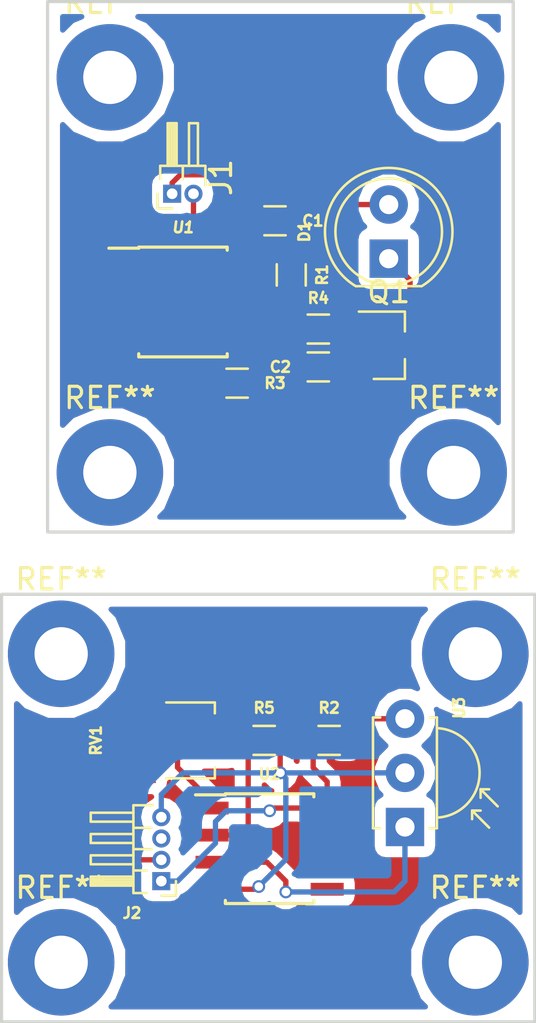
<source format=kicad_pcb>
(kicad_pcb (version 4) (host pcbnew 4.0.7)

  (general
    (links 26)
    (no_connects 0)
    (area 129.337999 80.315999 154.507001 100.532001)
    (thickness 1.6)
    (drawings 8)
    (tracks 97)
    (zones 0)
    (modules 23)
    (nets 19)
  )

  (page A4)
  (layers
    (0 F.Cu signal)
    (31 B.Cu signal)
    (32 B.Adhes user)
    (33 F.Adhes user)
    (34 B.Paste user)
    (35 F.Paste user)
    (36 B.SilkS user)
    (37 F.SilkS user)
    (38 B.Mask user)
    (39 F.Mask user)
    (40 Dwgs.User user)
    (41 Cmts.User user)
    (42 Eco1.User user)
    (43 Eco2.User user)
    (44 Edge.Cuts user)
    (45 Margin user)
    (46 B.CrtYd user)
    (47 F.CrtYd user)
    (48 B.Fab user)
    (49 F.Fab user)
  )

  (setup
    (last_trace_width 0.25)
    (trace_clearance 0.2)
    (zone_clearance 0.508)
    (zone_45_only no)
    (trace_min 0.2)
    (segment_width 0.2)
    (edge_width 0.15)
    (via_size 0.6)
    (via_drill 0.4)
    (via_min_size 0.4)
    (via_min_drill 0.3)
    (uvia_size 0.3)
    (uvia_drill 0.1)
    (uvias_allowed no)
    (uvia_min_size 0.2)
    (uvia_min_drill 0.1)
    (pcb_text_width 0.3)
    (pcb_text_size 1.5 1.5)
    (mod_edge_width 0.15)
    (mod_text_size 1 1)
    (mod_text_width 0.15)
    (pad_size 2 2)
    (pad_drill 2)
    (pad_to_mask_clearance 0.2)
    (aux_axis_origin 121.412 108.458)
    (grid_origin 121.412 108.458)
    (visible_elements 7FFFFE1F)
    (pcbplotparams
      (layerselection 0x00030_80000001)
      (usegerberextensions false)
      (excludeedgelayer true)
      (linewidth 0.100000)
      (plotframeref false)
      (viasonmask false)
      (mode 1)
      (useauxorigin false)
      (hpglpennumber 1)
      (hpglpenspeed 20)
      (hpglpendiameter 15)
      (hpglpenoverlay 2)
      (psnegative false)
      (psa4output false)
      (plotreference true)
      (plotvalue true)
      (plotinvisibletext false)
      (padsonsilk false)
      (subtractmaskfromsilk false)
      (outputformat 1)
      (mirror false)
      (drillshape 1)
      (scaleselection 1)
      (outputdirectory ""))
  )

  (net 0 "")
  (net 1 "Net-(D1-Pad1)")
  (net 2 "Net-(C1-Pad1)")
  (net 3 "Net-(Q1-Pad1)")
  (net 4 "Net-(C1-Pad2)")
  (net 5 "Net-(R1-Pad2)")
  (net 6 "Net-(J2-Pad1)")
  (net 7 "Net-(R2-Pad2)")
  (net 8 "Net-(C2-Pad1)")
  (net 9 "Net-(R3-Pad2)")
  (net 10 "Net-(J2-Pad4)")
  (net 11 "Net-(R5-Pad2)")
  (net 12 "Net-(J2-Pad2)")
  (net 13 "Net-(RV1-Pad3)")
  (net 14 GND)
  (net 15 "Net-(U1-Pad4)")
  (net 16 "Net-(U1-Pad5)")
  (net 17 "Net-(U2-Pad3)")
  (net 18 "Net-(J2-Pad3)")

  (net_class Default "This is the default net class."
    (clearance 0.2)
    (trace_width 0.25)
    (via_dia 0.6)
    (via_drill 0.4)
    (uvia_dia 0.3)
    (uvia_drill 0.1)
    (add_net GND)
    (add_net "Net-(C1-Pad1)")
    (add_net "Net-(C1-Pad2)")
    (add_net "Net-(C2-Pad1)")
    (add_net "Net-(D1-Pad1)")
    (add_net "Net-(J2-Pad1)")
    (add_net "Net-(J2-Pad2)")
    (add_net "Net-(J2-Pad3)")
    (add_net "Net-(J2-Pad4)")
    (add_net "Net-(Q1-Pad1)")
    (add_net "Net-(R1-Pad2)")
    (add_net "Net-(R2-Pad2)")
    (add_net "Net-(R3-Pad2)")
    (add_net "Net-(R5-Pad2)")
    (add_net "Net-(RV1-Pad3)")
    (add_net "Net-(U1-Pad4)")
    (add_net "Net-(U1-Pad5)")
    (add_net "Net-(U2-Pad3)")
  )

  (module LEDs:LED_D5.0mm (layer F.Cu) (tedit 59D3309B) (tstamp 59D329AD)
    (at 145.288 71.501 90)
    (descr "LED, diameter 5.0mm, 2 pins, http://cdn-reichelt.de/documents/datenblatt/A500/LL-504BC2E-009.pdf")
    (tags "LED diameter 5.0mm 2 pins")
    (path /59CD43E5)
    (fp_text reference D1 (at 1.27 -3.96 90) (layer F.SilkS)
      (effects (font (size 0.5 0.5) (thickness 0.125)))
    )
    (fp_text value LD274 (at 1.27 3.96 90) (layer F.Fab) hide
      (effects (font (size 1 1) (thickness 0.15)))
    )
    (fp_arc (start 1.27 0) (end -1.23 -1.469694) (angle 299.1) (layer F.Fab) (width 0.1))
    (fp_arc (start 1.27 0) (end -1.29 -1.54483) (angle 148.9) (layer F.SilkS) (width 0.12))
    (fp_arc (start 1.27 0) (end -1.29 1.54483) (angle -148.9) (layer F.SilkS) (width 0.12))
    (fp_circle (center 1.27 0) (end 3.77 0) (layer F.Fab) (width 0.1))
    (fp_circle (center 1.27 0) (end 3.77 0) (layer F.SilkS) (width 0.12))
    (fp_line (start -1.23 -1.469694) (end -1.23 1.469694) (layer F.Fab) (width 0.1))
    (fp_line (start -1.29 -1.545) (end -1.29 1.545) (layer F.SilkS) (width 0.12))
    (fp_line (start -1.95 -3.25) (end -1.95 3.25) (layer F.CrtYd) (width 0.05))
    (fp_line (start -1.95 3.25) (end 4.5 3.25) (layer F.CrtYd) (width 0.05))
    (fp_line (start 4.5 3.25) (end 4.5 -3.25) (layer F.CrtYd) (width 0.05))
    (fp_line (start 4.5 -3.25) (end -1.95 -3.25) (layer F.CrtYd) (width 0.05))
    (fp_text user %R (at 1.25 0 90) (layer F.Fab)
      (effects (font (size 0.8 0.8) (thickness 0.2)))
    )
    (pad 1 thru_hole rect (at 0 0 90) (size 1.8 1.8) (drill 0.9) (layers *.Cu *.Mask)
      (net 1 "Net-(D1-Pad1)"))
    (pad 2 thru_hole circle (at 2.54 0 90) (size 1.8 1.8) (drill 0.9) (layers *.Cu *.Mask)
      (net 2 "Net-(C1-Pad1)"))
    (model ${KISYS3DMOD}/LEDs.3dshapes/LED_D5.0mm.wrl
      (at (xyz 0 0 0))
      (scale (xyz 0.393701 0.393701 0.393701))
      (rotate (xyz 0 0 0))
    )
  )

  (module TO_SOT_Packages_SMD:SOT-23 (layer F.Cu) (tedit 58CE4E7E) (tstamp 59D329C2)
    (at 145.288 75.565)
    (descr "SOT-23, Standard")
    (tags SOT-23)
    (path /59D0E0C3)
    (attr smd)
    (fp_text reference Q1 (at 0 -2.5) (layer F.SilkS)
      (effects (font (size 1 1) (thickness 0.15)))
    )
    (fp_text value BC817 (at 0 2.5) (layer F.Fab)
      (effects (font (size 1 1) (thickness 0.15)))
    )
    (fp_text user %R (at 0 0 90) (layer F.Fab)
      (effects (font (size 0.5 0.5) (thickness 0.075)))
    )
    (fp_line (start -0.7 -0.95) (end -0.7 1.5) (layer F.Fab) (width 0.1))
    (fp_line (start -0.15 -1.52) (end 0.7 -1.52) (layer F.Fab) (width 0.1))
    (fp_line (start -0.7 -0.95) (end -0.15 -1.52) (layer F.Fab) (width 0.1))
    (fp_line (start 0.7 -1.52) (end 0.7 1.52) (layer F.Fab) (width 0.1))
    (fp_line (start -0.7 1.52) (end 0.7 1.52) (layer F.Fab) (width 0.1))
    (fp_line (start 0.76 1.58) (end 0.76 0.65) (layer F.SilkS) (width 0.12))
    (fp_line (start 0.76 -1.58) (end 0.76 -0.65) (layer F.SilkS) (width 0.12))
    (fp_line (start -1.7 -1.75) (end 1.7 -1.75) (layer F.CrtYd) (width 0.05))
    (fp_line (start 1.7 -1.75) (end 1.7 1.75) (layer F.CrtYd) (width 0.05))
    (fp_line (start 1.7 1.75) (end -1.7 1.75) (layer F.CrtYd) (width 0.05))
    (fp_line (start -1.7 1.75) (end -1.7 -1.75) (layer F.CrtYd) (width 0.05))
    (fp_line (start 0.76 -1.58) (end -1.4 -1.58) (layer F.SilkS) (width 0.12))
    (fp_line (start 0.76 1.58) (end -0.7 1.58) (layer F.SilkS) (width 0.12))
    (pad 1 smd rect (at -1 -0.95) (size 0.9 0.8) (layers F.Cu F.Paste F.Mask)
      (net 3 "Net-(Q1-Pad1)"))
    (pad 2 smd rect (at -1 0.95) (size 0.9 0.8) (layers F.Cu F.Paste F.Mask)
      (net 4 "Net-(C1-Pad2)"))
    (pad 3 smd rect (at 1 0) (size 0.9 0.8) (layers F.Cu F.Paste F.Mask)
      (net 1 "Net-(D1-Pad1)"))
    (model ${KISYS3DMOD}/TO_SOT_Packages_SMD.3dshapes/SOT-23.wrl
      (at (xyz 0 0 0))
      (scale (xyz 1 1 1))
      (rotate (xyz 0 0 0))
    )
  )

  (module Resistors_SMD:R_0603 (layer F.Cu) (tedit 59D3304A) (tstamp 59D329D3)
    (at 140.716 72.263 270)
    (descr "Resistor SMD 0603, reflow soldering, Vishay (see dcrcw.pdf)")
    (tags "resistor 0603")
    (path /59D0E9D3)
    (attr smd)
    (fp_text reference R1 (at 0 -1.45 270) (layer F.SilkS)
      (effects (font (size 0.5 0.5) (thickness 0.125)))
    )
    (fp_text value R (at 0 1.5 270) (layer F.Fab)
      (effects (font (size 1 1) (thickness 0.15)))
    )
    (fp_text user %R (at 0 0 270) (layer F.Fab)
      (effects (font (size 0.4 0.4) (thickness 0.075)))
    )
    (fp_line (start -0.8 0.4) (end -0.8 -0.4) (layer F.Fab) (width 0.1))
    (fp_line (start 0.8 0.4) (end -0.8 0.4) (layer F.Fab) (width 0.1))
    (fp_line (start 0.8 -0.4) (end 0.8 0.4) (layer F.Fab) (width 0.1))
    (fp_line (start -0.8 -0.4) (end 0.8 -0.4) (layer F.Fab) (width 0.1))
    (fp_line (start 0.5 0.68) (end -0.5 0.68) (layer F.SilkS) (width 0.12))
    (fp_line (start -0.5 -0.68) (end 0.5 -0.68) (layer F.SilkS) (width 0.12))
    (fp_line (start -1.25 -0.7) (end 1.25 -0.7) (layer F.CrtYd) (width 0.05))
    (fp_line (start -1.25 -0.7) (end -1.25 0.7) (layer F.CrtYd) (width 0.05))
    (fp_line (start 1.25 0.7) (end 1.25 -0.7) (layer F.CrtYd) (width 0.05))
    (fp_line (start 1.25 0.7) (end -1.25 0.7) (layer F.CrtYd) (width 0.05))
    (pad 1 smd rect (at -0.75 0 270) (size 0.5 0.9) (layers F.Cu F.Paste F.Mask)
      (net 2 "Net-(C1-Pad1)"))
    (pad 2 smd rect (at 0.75 0 270) (size 0.5 0.9) (layers F.Cu F.Paste F.Mask)
      (net 5 "Net-(R1-Pad2)"))
    (model ${KISYS3DMOD}/Resistors_SMD.3dshapes/R_0603.wrl
      (at (xyz 0 0 0))
      (scale (xyz 1 1 1))
      (rotate (xyz 0 0 0))
    )
  )

  (module Resistors_SMD:R_0603 (layer F.Cu) (tedit 59D3351E) (tstamp 59D329E4)
    (at 142.494 94.107)
    (descr "Resistor SMD 0603, reflow soldering, Vishay (see dcrcw.pdf)")
    (tags "resistor 0603")
    (path /59CD46C4)
    (attr smd)
    (fp_text reference R2 (at 0 -1.524) (layer F.SilkS)
      (effects (font (size 0.5 0.5) (thickness 0.125)))
    )
    (fp_text value R (at 0 1.5) (layer F.Fab)
      (effects (font (size 1 1) (thickness 0.15)))
    )
    (fp_text user %R (at 0.254 0) (layer F.Fab)
      (effects (font (size 0.4 0.4) (thickness 0.075)))
    )
    (fp_line (start -0.8 0.4) (end -0.8 -0.4) (layer F.Fab) (width 0.1))
    (fp_line (start 0.8 0.4) (end -0.8 0.4) (layer F.Fab) (width 0.1))
    (fp_line (start 0.8 -0.4) (end 0.8 0.4) (layer F.Fab) (width 0.1))
    (fp_line (start -0.8 -0.4) (end 0.8 -0.4) (layer F.Fab) (width 0.1))
    (fp_line (start 0.5 0.68) (end -0.5 0.68) (layer F.SilkS) (width 0.12))
    (fp_line (start -0.5 -0.68) (end 0.5 -0.68) (layer F.SilkS) (width 0.12))
    (fp_line (start -1.25 -0.7) (end 1.25 -0.7) (layer F.CrtYd) (width 0.05))
    (fp_line (start -1.25 -0.7) (end -1.25 0.7) (layer F.CrtYd) (width 0.05))
    (fp_line (start 1.25 0.7) (end 1.25 -0.7) (layer F.CrtYd) (width 0.05))
    (fp_line (start 1.25 0.7) (end -1.25 0.7) (layer F.CrtYd) (width 0.05))
    (pad 1 smd rect (at -0.75 0) (size 0.5 0.9) (layers F.Cu F.Paste F.Mask)
      (net 6 "Net-(J2-Pad1)"))
    (pad 2 smd rect (at 0.75 0) (size 0.5 0.9) (layers F.Cu F.Paste F.Mask)
      (net 7 "Net-(R2-Pad2)"))
    (model ${KISYS3DMOD}/Resistors_SMD.3dshapes/R_0603.wrl
      (at (xyz 0 0 0))
      (scale (xyz 1 1 1))
      (rotate (xyz 0 0 0))
    )
  )

  (module Resistors_SMD:R_0603 (layer F.Cu) (tedit 59D33151) (tstamp 59D329F5)
    (at 138.176 77.343 180)
    (descr "Resistor SMD 0603, reflow soldering, Vishay (see dcrcw.pdf)")
    (tags "resistor 0603")
    (path /59D0EF27)
    (attr smd)
    (fp_text reference R3 (at -1.778 0 180) (layer F.SilkS)
      (effects (font (size 0.5 0.5) (thickness 0.125)))
    )
    (fp_text value R (at 0 1.5 180) (layer F.Fab)
      (effects (font (size 1 1) (thickness 0.15)))
    )
    (fp_text user %R (at 0 0 180) (layer F.Fab)
      (effects (font (size 0.4 0.4) (thickness 0.075)))
    )
    (fp_line (start -0.8 0.4) (end -0.8 -0.4) (layer F.Fab) (width 0.1))
    (fp_line (start 0.8 0.4) (end -0.8 0.4) (layer F.Fab) (width 0.1))
    (fp_line (start 0.8 -0.4) (end 0.8 0.4) (layer F.Fab) (width 0.1))
    (fp_line (start -0.8 -0.4) (end 0.8 -0.4) (layer F.Fab) (width 0.1))
    (fp_line (start 0.5 0.68) (end -0.5 0.68) (layer F.SilkS) (width 0.12))
    (fp_line (start -0.5 -0.68) (end 0.5 -0.68) (layer F.SilkS) (width 0.12))
    (fp_line (start -1.25 -0.7) (end 1.25 -0.7) (layer F.CrtYd) (width 0.05))
    (fp_line (start -1.25 -0.7) (end -1.25 0.7) (layer F.CrtYd) (width 0.05))
    (fp_line (start 1.25 0.7) (end 1.25 -0.7) (layer F.CrtYd) (width 0.05))
    (fp_line (start 1.25 0.7) (end -1.25 0.7) (layer F.CrtYd) (width 0.05))
    (pad 1 smd rect (at -0.75 0 180) (size 0.5 0.9) (layers F.Cu F.Paste F.Mask)
      (net 8 "Net-(C2-Pad1)"))
    (pad 2 smd rect (at 0.75 0 180) (size 0.5 0.9) (layers F.Cu F.Paste F.Mask)
      (net 9 "Net-(R3-Pad2)"))
    (model ${KISYS3DMOD}/Resistors_SMD.3dshapes/R_0603.wrl
      (at (xyz 0 0 0))
      (scale (xyz 1 1 1))
      (rotate (xyz 0 0 0))
    )
  )

  (module Resistors_SMD:R_0603 (layer F.Cu) (tedit 59D33567) (tstamp 59D32A06)
    (at 139.446 94.107 180)
    (descr "Resistor SMD 0603, reflow soldering, Vishay (see dcrcw.pdf)")
    (tags "resistor 0603")
    (path /59D0FF6C)
    (attr smd)
    (fp_text reference R5 (at 0 1.524 180) (layer F.SilkS)
      (effects (font (size 0.5 0.5) (thickness 0.125)))
    )
    (fp_text value R (at 0 1.5 180) (layer F.Fab)
      (effects (font (size 1 1) (thickness 0.15)))
    )
    (fp_text user %R (at 0 0 180) (layer F.Fab)
      (effects (font (size 0.4 0.4) (thickness 0.075)))
    )
    (fp_line (start -0.8 0.4) (end -0.8 -0.4) (layer F.Fab) (width 0.1))
    (fp_line (start 0.8 0.4) (end -0.8 0.4) (layer F.Fab) (width 0.1))
    (fp_line (start 0.8 -0.4) (end 0.8 0.4) (layer F.Fab) (width 0.1))
    (fp_line (start -0.8 -0.4) (end 0.8 -0.4) (layer F.Fab) (width 0.1))
    (fp_line (start 0.5 0.68) (end -0.5 0.68) (layer F.SilkS) (width 0.12))
    (fp_line (start -0.5 -0.68) (end 0.5 -0.68) (layer F.SilkS) (width 0.12))
    (fp_line (start -1.25 -0.7) (end 1.25 -0.7) (layer F.CrtYd) (width 0.05))
    (fp_line (start -1.25 -0.7) (end -1.25 0.7) (layer F.CrtYd) (width 0.05))
    (fp_line (start 1.25 0.7) (end 1.25 -0.7) (layer F.CrtYd) (width 0.05))
    (fp_line (start 1.25 0.7) (end -1.25 0.7) (layer F.CrtYd) (width 0.05))
    (pad 1 smd rect (at -0.75 0 180) (size 0.5 0.9) (layers F.Cu F.Paste F.Mask)
      (net 10 "Net-(J2-Pad4)"))
    (pad 2 smd rect (at 0.75 0 180) (size 0.5 0.9) (layers F.Cu F.Paste F.Mask)
      (net 11 "Net-(R5-Pad2)"))
    (model ${KISYS3DMOD}/Resistors_SMD.3dshapes/R_0603.wrl
      (at (xyz 0 0 0))
      (scale (xyz 1 1 1))
      (rotate (xyz 0 0 0))
    )
  )

  (module Potentiometers:Potentiometer_Trimmer-EVM3E (layer F.Cu) (tedit 59D33543) (tstamp 59D32A2C)
    (at 135.382 94.107 270)
    (descr http://www.comkey.in/sites/default/files/attachments/EVM3ESX50B15.pdf)
    (tags "trimmer smd")
    (path /59D10155)
    (attr smd)
    (fp_text reference RV1 (at 0 3.83 270) (layer F.SilkS)
      (effects (font (size 0.5 0.5) (thickness 0.125)))
    )
    (fp_text value POT (at 0 -3.79 270) (layer F.Fab)
      (effects (font (size 1 1) (thickness 0.15)))
    )
    (fp_line (start 1.78 -1.75) (end 1.78 0.53) (layer F.SilkS) (width 0.12))
    (fp_line (start 1.27 -1.75) (end 1.78 -1.75) (layer F.SilkS) (width 0.12))
    (fp_line (start -1.78 -1.75) (end -1.27 -1.75) (layer F.SilkS) (width 0.12))
    (fp_line (start -1.78 0.53) (end -1.78 -1.75) (layer F.SilkS) (width 0.12))
    (fp_line (start 2.2 2.45) (end -2.2 2.45) (layer F.CrtYd) (width 0.05))
    (fp_line (start 2.2 -2.6) (end 2.2 2.45) (layer F.CrtYd) (width 0.05))
    (fp_line (start -2.2 -2.6) (end 2.2 -2.6) (layer F.CrtYd) (width 0.05))
    (fp_line (start -2.2 2.45) (end -2.2 -2.6) (layer F.CrtYd) (width 0.05))
    (fp_line (start 0.9 1.38) (end 0.9 1.73) (layer F.Fab) (width 0.1))
    (fp_line (start 1.55 1.38) (end 0.9 1.38) (layer F.Fab) (width 0.1))
    (fp_line (start -0.9 1.32) (end -0.9 1.73) (layer F.Fab) (width 0.1))
    (fp_line (start -1.55 1.32) (end -0.9 1.32) (layer F.Fab) (width 0.1))
    (fp_line (start -0.25 -0.23) (end -0.25 -0.97) (layer F.Fab) (width 0.1))
    (fp_line (start -1 -0.23) (end -0.25 -0.23) (layer F.Fab) (width 0.1))
    (fp_line (start -1 0.28) (end -1 -0.23) (layer F.Fab) (width 0.1))
    (fp_line (start -0.25 0.28) (end -1 0.28) (layer F.Fab) (width 0.1))
    (fp_line (start -0.25 1.02) (end -0.25 0.28) (layer F.Fab) (width 0.1))
    (fp_line (start 0.25 1.02) (end -0.25 1.02) (layer F.Fab) (width 0.1))
    (fp_line (start 0.25 0.28) (end 0.25 1.02) (layer F.Fab) (width 0.1))
    (fp_line (start 1 0.28) (end 0.25 0.28) (layer F.Fab) (width 0.1))
    (fp_line (start 1 -0.23) (end 1 0.28) (layer F.Fab) (width 0.1))
    (fp_line (start 0.25 -0.23) (end 1 -0.23) (layer F.Fab) (width 0.1))
    (fp_line (start 0.25 -0.97) (end 0.25 -0.23) (layer F.Fab) (width 0.1))
    (fp_line (start -0.25 -0.97) (end 0.25 -0.97) (layer F.Fab) (width 0.1))
    (fp_line (start -1.55 1.73) (end -1.55 -1.52) (layer F.Fab) (width 0.1))
    (fp_line (start 1.55 1.73) (end -1.55 1.73) (layer F.Fab) (width 0.1))
    (fp_line (start 1.55 -1.52) (end 1.55 1.73) (layer F.Fab) (width 0.1))
    (fp_line (start -1.55 -1.52) (end 1.55 -1.52) (layer F.Fab) (width 0.1))
    (fp_circle (center 0 0.03) (end 0 -0.23) (layer F.Fab) (width 0.1))
    (fp_circle (center 0 0.03) (end 0 -1.18) (layer F.Fab) (width 0.1))
    (fp_circle (center 0 0.03) (end 0 -1.52) (layer F.Fab) (width 0.1))
    (pad 1 smd rect (at -1.4 1.62 270) (size 1.2 1.2) (layers F.Cu F.Paste F.Mask)
      (net 12 "Net-(J2-Pad2)"))
    (pad 3 smd rect (at 1.4 1.62 270) (size 1.2 1.2) (layers F.Cu F.Paste F.Mask)
      (net 13 "Net-(RV1-Pad3)"))
    (pad 2 smd rect (at 0 -1.62 270) (size 1.6 1.5) (layers F.Cu F.Paste F.Mask)
      (net 11 "Net-(R5-Pad2)"))
  )

  (module Housings_SOIC:SOIC-8_3.9x4.9mm_Pitch1.27mm (layer F.Cu) (tedit 59D3302E) (tstamp 59D32A49)
    (at 135.636 73.533)
    (descr "8-Lead Plastic Small Outline (SN) - Narrow, 3.90 mm Body [SOIC] (see Microchip Packaging Specification 00000049BS.pdf)")
    (tags "SOIC 1.27")
    (path /59D0DDE6)
    (attr smd)
    (fp_text reference U1 (at 0 -3.5) (layer F.SilkS)
      (effects (font (size 0.5 0.5) (thickness 0.125) italic))
    )
    (fp_text value LMC555xM (at 0 3.5) (layer F.Fab) hide
      (effects (font (size 1 1) (thickness 0.15)))
    )
    (fp_text user %R (at 0 0) (layer F.Fab)
      (effects (font (size 1 1) (thickness 0.15)))
    )
    (fp_line (start -0.95 -2.45) (end 1.95 -2.45) (layer F.Fab) (width 0.1))
    (fp_line (start 1.95 -2.45) (end 1.95 2.45) (layer F.Fab) (width 0.1))
    (fp_line (start 1.95 2.45) (end -1.95 2.45) (layer F.Fab) (width 0.1))
    (fp_line (start -1.95 2.45) (end -1.95 -1.45) (layer F.Fab) (width 0.1))
    (fp_line (start -1.95 -1.45) (end -0.95 -2.45) (layer F.Fab) (width 0.1))
    (fp_line (start -3.73 -2.7) (end -3.73 2.7) (layer F.CrtYd) (width 0.05))
    (fp_line (start 3.73 -2.7) (end 3.73 2.7) (layer F.CrtYd) (width 0.05))
    (fp_line (start -3.73 -2.7) (end 3.73 -2.7) (layer F.CrtYd) (width 0.05))
    (fp_line (start -3.73 2.7) (end 3.73 2.7) (layer F.CrtYd) (width 0.05))
    (fp_line (start -2.075 -2.575) (end -2.075 -2.525) (layer F.SilkS) (width 0.15))
    (fp_line (start 2.075 -2.575) (end 2.075 -2.43) (layer F.SilkS) (width 0.15))
    (fp_line (start 2.075 2.575) (end 2.075 2.43) (layer F.SilkS) (width 0.15))
    (fp_line (start -2.075 2.575) (end -2.075 2.43) (layer F.SilkS) (width 0.15))
    (fp_line (start -2.075 -2.575) (end 2.075 -2.575) (layer F.SilkS) (width 0.15))
    (fp_line (start -2.075 2.575) (end 2.075 2.575) (layer F.SilkS) (width 0.15))
    (fp_line (start -2.075 -2.525) (end -3.475 -2.525) (layer F.SilkS) (width 0.15))
    (pad 1 smd rect (at -2.7 -1.905) (size 1.55 0.6) (layers F.Cu F.Paste F.Mask)
      (net 14 GND))
    (pad 2 smd rect (at -2.7 -0.635) (size 1.55 0.6) (layers F.Cu F.Paste F.Mask)
      (net 8 "Net-(C2-Pad1)"))
    (pad 3 smd rect (at -2.7 0.635) (size 1.55 0.6) (layers F.Cu F.Paste F.Mask)
      (net 9 "Net-(R3-Pad2)"))
    (pad 4 smd rect (at -2.7 1.905) (size 1.55 0.6) (layers F.Cu F.Paste F.Mask)
      (net 15 "Net-(U1-Pad4)"))
    (pad 5 smd rect (at 2.7 1.905) (size 1.55 0.6) (layers F.Cu F.Paste F.Mask)
      (net 16 "Net-(U1-Pad5)"))
    (pad 6 smd rect (at 2.7 0.635) (size 1.55 0.6) (layers F.Cu F.Paste F.Mask)
      (net 8 "Net-(C2-Pad1)"))
    (pad 7 smd rect (at 2.7 -0.635) (size 1.55 0.6) (layers F.Cu F.Paste F.Mask)
      (net 5 "Net-(R1-Pad2)"))
    (pad 8 smd rect (at 2.7 -1.905) (size 1.55 0.6) (layers F.Cu F.Paste F.Mask)
      (net 2 "Net-(C1-Pad1)"))
    (model ${KISYS3DMOD}/Housings_SOIC.3dshapes/SOIC-8_3.9x4.9mm_Pitch1.27mm.wrl
      (at (xyz 0 0 0))
      (scale (xyz 1 1 1))
      (rotate (xyz 0 0 0))
    )
  )

  (module Housings_SOIC:SOIC-8_3.9x4.9mm_Pitch1.27mm (layer F.Cu) (tedit 59D33576) (tstamp 59D32A66)
    (at 139.7 99.187)
    (descr "8-Lead Plastic Small Outline (SN) - Narrow, 3.90 mm Body [SOIC] (see Microchip Packaging Specification 00000049BS.pdf)")
    (tags "SOIC 1.27")
    (path /59D0FE5D)
    (attr smd)
    (fp_text reference U2 (at 0 -3.5) (layer F.SilkS)
      (effects (font (size 0.5 0.5) (thickness 0.125)))
    )
    (fp_text value LM358 (at 0 3.5) (layer F.Fab)
      (effects (font (size 1 1) (thickness 0.15)))
    )
    (fp_text user %R (at 0 0) (layer F.Fab)
      (effects (font (size 1 1) (thickness 0.15)))
    )
    (fp_line (start -0.95 -2.45) (end 1.95 -2.45) (layer F.Fab) (width 0.1))
    (fp_line (start 1.95 -2.45) (end 1.95 2.45) (layer F.Fab) (width 0.1))
    (fp_line (start 1.95 2.45) (end -1.95 2.45) (layer F.Fab) (width 0.1))
    (fp_line (start -1.95 2.45) (end -1.95 -1.45) (layer F.Fab) (width 0.1))
    (fp_line (start -1.95 -1.45) (end -0.95 -2.45) (layer F.Fab) (width 0.1))
    (fp_line (start -3.73 -2.7) (end -3.73 2.7) (layer F.CrtYd) (width 0.05))
    (fp_line (start 3.73 -2.7) (end 3.73 2.7) (layer F.CrtYd) (width 0.05))
    (fp_line (start -3.73 -2.7) (end 3.73 -2.7) (layer F.CrtYd) (width 0.05))
    (fp_line (start -3.73 2.7) (end 3.73 2.7) (layer F.CrtYd) (width 0.05))
    (fp_line (start -2.075 -2.575) (end -2.075 -2.525) (layer F.SilkS) (width 0.15))
    (fp_line (start 2.075 -2.575) (end 2.075 -2.43) (layer F.SilkS) (width 0.15))
    (fp_line (start 2.075 2.575) (end 2.075 2.43) (layer F.SilkS) (width 0.15))
    (fp_line (start -2.075 2.575) (end -2.075 2.43) (layer F.SilkS) (width 0.15))
    (fp_line (start -2.075 -2.575) (end 2.075 -2.575) (layer F.SilkS) (width 0.15))
    (fp_line (start -2.075 2.575) (end 2.075 2.575) (layer F.SilkS) (width 0.15))
    (fp_line (start -2.075 -2.525) (end -3.475 -2.525) (layer F.SilkS) (width 0.15))
    (pad 1 smd rect (at -2.7 -1.905) (size 1.55 0.6) (layers F.Cu F.Paste F.Mask)
      (net 12 "Net-(J2-Pad2)"))
    (pad 2 smd rect (at -2.7 -0.635) (size 1.55 0.6) (layers F.Cu F.Paste F.Mask)
      (net 11 "Net-(R5-Pad2)"))
    (pad 3 smd rect (at -2.7 0.635) (size 1.55 0.6) (layers F.Cu F.Paste F.Mask)
      (net 17 "Net-(U2-Pad3)"))
    (pad 4 smd rect (at -2.7 1.905) (size 1.55 0.6) (layers F.Cu F.Paste F.Mask)
      (net 10 "Net-(J2-Pad4)"))
    (pad 5 smd rect (at 2.7 1.905) (size 1.55 0.6) (layers F.Cu F.Paste F.Mask))
    (pad 6 smd rect (at 2.7 0.635) (size 1.55 0.6) (layers F.Cu F.Paste F.Mask))
    (pad 7 smd rect (at 2.7 -0.635) (size 1.55 0.6) (layers F.Cu F.Paste F.Mask))
    (pad 8 smd rect (at 2.7 -1.905) (size 1.55 0.6) (layers F.Cu F.Paste F.Mask)
      (net 6 "Net-(J2-Pad1)"))
    (model ${KISYS3DMOD}/Housings_SOIC.3dshapes/SOIC-8_3.9x4.9mm_Pitch1.27mm.wrl
      (at (xyz 0 0 0))
      (scale (xyz 1 1 1))
      (rotate (xyz 0 0 0))
    )
  )

  (module Opto-Devices:IRReceiver_Vishay_MINICAST-3pin (layer F.Cu) (tedit 59D33555) (tstamp 59D32A84)
    (at 146.05 98.171 90)
    (descr "IR Receiver Vishay TSOP-xxxx, MINICAST package")
    (tags "IR Receiver Vishay TSOP-xxxx MINICAST")
    (path /59CD457D)
    (fp_text reference U3 (at 5.588 2.54 90) (layer F.SilkS)
      (effects (font (size 0.5 0.5) (thickness 0.125)))
    )
    (fp_text value TSOP585xx (at 2.55 -2.4 270) (layer F.Fab)
      (effects (font (size 1 1) (thickness 0.15)))
    )
    (fp_text user %R (at 2.54 0 90) (layer F.Fab)
      (effects (font (size 1 1) (thickness 0.15)))
    )
    (fp_line (start 5.14 -1.16) (end 5.14 -1.5) (layer F.SilkS) (width 0.12))
    (fp_line (start 5.14 -1.5) (end -0.06 -1.5) (layer F.SilkS) (width 0.12))
    (fp_line (start -0.06 -1.5) (end -0.06 -1.16) (layer F.SilkS) (width 0.12))
    (fp_line (start 5.14 1.16) (end 5.14 1.5) (layer F.SilkS) (width 0.12))
    (fp_line (start 5.14 1.5) (end -0.06 1.5) (layer F.SilkS) (width 0.12))
    (fp_line (start -0.06 1.5) (end -0.06 1.16) (layer F.SilkS) (width 0.12))
    (fp_line (start 0.04 -1.4) (end 5.04 -1.4) (layer F.Fab) (width 0.1))
    (fp_line (start 5.04 -1.4) (end 5.04 1.4) (layer F.Fab) (width 0.1))
    (fp_line (start 5.04 1.4) (end 0.04 1.4) (layer F.Fab) (width 0.1))
    (fp_line (start 0.04 1.4) (end 0.04 -1.4) (layer F.Fab) (width 0.1))
    (fp_line (start 0.77 3.15) (end 0.37 3.15) (layer F.SilkS) (width 0.12))
    (fp_line (start 0.77 3.15) (end 0.77 3.55) (layer F.SilkS) (width 0.12))
    (fp_line (start 0.77 3.15) (end -0.03 3.95) (layer F.SilkS) (width 0.12))
    (fp_line (start 1.77 3.55) (end 0.97 4.35) (layer F.SilkS) (width 0.12))
    (fp_line (start 1.77 3.55) (end 1.77 3.95) (layer F.SilkS) (width 0.12))
    (fp_line (start 1.77 3.55) (end 1.37 3.55) (layer F.SilkS) (width 0.12))
    (fp_line (start -1.15 -1.65) (end 6.23 -1.65) (layer F.CrtYd) (width 0.05))
    (fp_line (start -1.15 -1.65) (end -1.15 3.7) (layer F.CrtYd) (width 0.05))
    (fp_line (start 6.23 3.7) (end 6.23 -1.65) (layer F.CrtYd) (width 0.05))
    (fp_line (start 6.23 3.7) (end -1.15 3.7) (layer F.CrtYd) (width 0.05))
    (fp_arc (start 2.54 1.4) (end 4.64 1.5) (angle 174.5) (layer F.SilkS) (width 0.12))
    (fp_arc (start 2.54 1.4) (end 4.54 1.4) (angle 180) (layer F.Fab) (width 0.1))
    (pad 1 thru_hole rect (at 0 0 90) (size 1.8 1.8) (drill 0.9) (layers *.Cu *.Mask)
      (net 17 "Net-(U2-Pad3)"))
    (pad 2 thru_hole circle (at 2.54 0 90) (size 1.8 1.8) (drill 0.9) (layers *.Cu *.Mask)
      (net 10 "Net-(J2-Pad4)"))
    (pad 3 thru_hole circle (at 5.08 0 90) (size 1.8 1.8) (drill 0.9) (layers *.Cu *.Mask)
      (net 7 "Net-(R2-Pad2)"))
    (model ${KISYS3DMOD}/Opto-Devices.3dshapes/IRReceiver_Vishay_MINICAST-3pin.wrl
      (at (xyz 0 0 0))
      (scale (xyz 1 1 1))
      (rotate (xyz 0 0 0))
    )
  )

  (module Pin_Headers:Pin_Header_Angled_1x02_Pitch1.00mm (layer F.Cu) (tedit 59D33136) (tstamp 59D32C25)
    (at 135.128 68.453 90)
    (descr "Through hole angled pin header, 1x02, 1.00mm pitch, 2.0mm pin length, single row")
    (tags "Through hole angled pin header THT 1x02 1.00mm single row")
    (path /59D329CD)
    (fp_text reference J1 (at 0.762 2.286 90) (layer F.SilkS)
      (effects (font (size 1 1) (thickness 0.15)))
    )
    (fp_text value Conn_01x02 (at 1.375 2.5 90) (layer F.Fab) hide
      (effects (font (size 1 1) (thickness 0.15)))
    )
    (fp_line (start 0.5 -0.5) (end 1.25 -0.5) (layer F.Fab) (width 0.1))
    (fp_line (start 1.25 -0.5) (end 1.25 1.5) (layer F.Fab) (width 0.1))
    (fp_line (start 1.25 1.5) (end 0.25 1.5) (layer F.Fab) (width 0.1))
    (fp_line (start 0.25 1.5) (end 0.25 -0.25) (layer F.Fab) (width 0.1))
    (fp_line (start 0.25 -0.25) (end 0.5 -0.5) (layer F.Fab) (width 0.1))
    (fp_line (start -0.15 -0.15) (end 0.25 -0.15) (layer F.Fab) (width 0.1))
    (fp_line (start -0.15 -0.15) (end -0.15 0.15) (layer F.Fab) (width 0.1))
    (fp_line (start -0.15 0.15) (end 0.25 0.15) (layer F.Fab) (width 0.1))
    (fp_line (start 1.25 -0.15) (end 3.25 -0.15) (layer F.Fab) (width 0.1))
    (fp_line (start 3.25 -0.15) (end 3.25 0.15) (layer F.Fab) (width 0.1))
    (fp_line (start 1.25 0.15) (end 3.25 0.15) (layer F.Fab) (width 0.1))
    (fp_line (start -0.15 0.85) (end 0.25 0.85) (layer F.Fab) (width 0.1))
    (fp_line (start -0.15 0.85) (end -0.15 1.15) (layer F.Fab) (width 0.1))
    (fp_line (start -0.15 1.15) (end 0.25 1.15) (layer F.Fab) (width 0.1))
    (fp_line (start 1.25 0.85) (end 3.25 0.85) (layer F.Fab) (width 0.1))
    (fp_line (start 3.25 0.85) (end 3.25 1.15) (layer F.Fab) (width 0.1))
    (fp_line (start 1.25 1.15) (end 3.25 1.15) (layer F.Fab) (width 0.1))
    (fp_line (start 0.685 -0.56) (end 1.31 -0.56) (layer F.SilkS) (width 0.12))
    (fp_line (start 1.31 -0.56) (end 1.31 1.56) (layer F.SilkS) (width 0.12))
    (fp_line (start 1.31 1.56) (end 0.394493 1.56) (layer F.SilkS) (width 0.12))
    (fp_line (start 1.31 -0.21) (end 3.31 -0.21) (layer F.SilkS) (width 0.12))
    (fp_line (start 3.31 -0.21) (end 3.31 0.21) (layer F.SilkS) (width 0.12))
    (fp_line (start 3.31 0.21) (end 1.31 0.21) (layer F.SilkS) (width 0.12))
    (fp_line (start 1.31 -0.15) (end 3.31 -0.15) (layer F.SilkS) (width 0.12))
    (fp_line (start 1.31 -0.03) (end 3.31 -0.03) (layer F.SilkS) (width 0.12))
    (fp_line (start 1.31 0.09) (end 3.31 0.09) (layer F.SilkS) (width 0.12))
    (fp_line (start 0.685 0.5) (end 1.31 0.5) (layer F.SilkS) (width 0.12))
    (fp_line (start 1.31 0.79) (end 3.31 0.79) (layer F.SilkS) (width 0.12))
    (fp_line (start 3.31 0.79) (end 3.31 1.21) (layer F.SilkS) (width 0.12))
    (fp_line (start 3.31 1.21) (end 1.31 1.21) (layer F.SilkS) (width 0.12))
    (fp_line (start -0.685 0) (end -0.685 -0.685) (layer F.SilkS) (width 0.12))
    (fp_line (start -0.685 -0.685) (end 0 -0.685) (layer F.SilkS) (width 0.12))
    (fp_line (start -1 -1) (end -1 2) (layer F.CrtYd) (width 0.05))
    (fp_line (start -1 2) (end 3.75 2) (layer F.CrtYd) (width 0.05))
    (fp_line (start 3.75 2) (end 3.75 -1) (layer F.CrtYd) (width 0.05))
    (fp_line (start 3.75 -1) (end -1 -1) (layer F.CrtYd) (width 0.05))
    (fp_text user %R (at 0.75 0.5 180) (layer F.Fab)
      (effects (font (size 0.6 0.6) (thickness 0.09)))
    )
    (pad 1 thru_hole rect (at 0 0 90) (size 0.85 0.85) (drill 0.5) (layers *.Cu *.Mask)
      (net 4 "Net-(C1-Pad2)"))
    (pad 2 thru_hole oval (at 0 1 90) (size 0.85 0.85) (drill 0.5) (layers *.Cu *.Mask)
      (net 2 "Net-(C1-Pad1)"))
    (model ${KISYS3DMOD}/Pin_Headers.3dshapes/Pin_Header_Angled_1x02_Pitch1.00mm.wrl
      (at (xyz 0 0 0))
      (scale (xyz 1 1 1))
      (rotate (xyz 0 0 0))
    )
  )

  (module Pin_Headers:Pin_Header_Angled_1x04_Pitch1.00mm (layer F.Cu) (tedit 59D3352D) (tstamp 59D32C66)
    (at 134.62 100.711 180)
    (descr "Through hole angled pin header, 1x04, 1.00mm pitch, 2.0mm pin length, single row")
    (tags "Through hole angled pin header THT 1x04 1.00mm single row")
    (path /59D32DC2)
    (fp_text reference J2 (at 1.375 -1.5 180) (layer F.SilkS)
      (effects (font (size 0.5 0.5) (thickness 0.125)))
    )
    (fp_text value Conn_01x04 (at 1.375 4.5 180) (layer F.Fab)
      (effects (font (size 1 1) (thickness 0.15)))
    )
    (fp_line (start 0.5 -0.5) (end 1.25 -0.5) (layer F.Fab) (width 0.1))
    (fp_line (start 1.25 -0.5) (end 1.25 3.5) (layer F.Fab) (width 0.1))
    (fp_line (start 1.25 3.5) (end 0.25 3.5) (layer F.Fab) (width 0.1))
    (fp_line (start 0.25 3.5) (end 0.25 -0.25) (layer F.Fab) (width 0.1))
    (fp_line (start 0.25 -0.25) (end 0.5 -0.5) (layer F.Fab) (width 0.1))
    (fp_line (start -0.15 -0.15) (end 0.25 -0.15) (layer F.Fab) (width 0.1))
    (fp_line (start -0.15 -0.15) (end -0.15 0.15) (layer F.Fab) (width 0.1))
    (fp_line (start -0.15 0.15) (end 0.25 0.15) (layer F.Fab) (width 0.1))
    (fp_line (start 1.25 -0.15) (end 3.25 -0.15) (layer F.Fab) (width 0.1))
    (fp_line (start 3.25 -0.15) (end 3.25 0.15) (layer F.Fab) (width 0.1))
    (fp_line (start 1.25 0.15) (end 3.25 0.15) (layer F.Fab) (width 0.1))
    (fp_line (start -0.15 0.85) (end 0.25 0.85) (layer F.Fab) (width 0.1))
    (fp_line (start -0.15 0.85) (end -0.15 1.15) (layer F.Fab) (width 0.1))
    (fp_line (start -0.15 1.15) (end 0.25 1.15) (layer F.Fab) (width 0.1))
    (fp_line (start 1.25 0.85) (end 3.25 0.85) (layer F.Fab) (width 0.1))
    (fp_line (start 3.25 0.85) (end 3.25 1.15) (layer F.Fab) (width 0.1))
    (fp_line (start 1.25 1.15) (end 3.25 1.15) (layer F.Fab) (width 0.1))
    (fp_line (start -0.15 1.85) (end 0.25 1.85) (layer F.Fab) (width 0.1))
    (fp_line (start -0.15 1.85) (end -0.15 2.15) (layer F.Fab) (width 0.1))
    (fp_line (start -0.15 2.15) (end 0.25 2.15) (layer F.Fab) (width 0.1))
    (fp_line (start 1.25 1.85) (end 3.25 1.85) (layer F.Fab) (width 0.1))
    (fp_line (start 3.25 1.85) (end 3.25 2.15) (layer F.Fab) (width 0.1))
    (fp_line (start 1.25 2.15) (end 3.25 2.15) (layer F.Fab) (width 0.1))
    (fp_line (start -0.15 2.85) (end 0.25 2.85) (layer F.Fab) (width 0.1))
    (fp_line (start -0.15 2.85) (end -0.15 3.15) (layer F.Fab) (width 0.1))
    (fp_line (start -0.15 3.15) (end 0.25 3.15) (layer F.Fab) (width 0.1))
    (fp_line (start 1.25 2.85) (end 3.25 2.85) (layer F.Fab) (width 0.1))
    (fp_line (start 3.25 2.85) (end 3.25 3.15) (layer F.Fab) (width 0.1))
    (fp_line (start 1.25 3.15) (end 3.25 3.15) (layer F.Fab) (width 0.1))
    (fp_line (start 0.685 -0.56) (end 1.31 -0.56) (layer F.SilkS) (width 0.12))
    (fp_line (start 1.31 -0.56) (end 1.31 3.56) (layer F.SilkS) (width 0.12))
    (fp_line (start 1.31 3.56) (end 0.394493 3.56) (layer F.SilkS) (width 0.12))
    (fp_line (start 1.31 -0.21) (end 3.31 -0.21) (layer F.SilkS) (width 0.12))
    (fp_line (start 3.31 -0.21) (end 3.31 0.21) (layer F.SilkS) (width 0.12))
    (fp_line (start 3.31 0.21) (end 1.31 0.21) (layer F.SilkS) (width 0.12))
    (fp_line (start 1.31 -0.15) (end 3.31 -0.15) (layer F.SilkS) (width 0.12))
    (fp_line (start 1.31 -0.03) (end 3.31 -0.03) (layer F.SilkS) (width 0.12))
    (fp_line (start 1.31 0.09) (end 3.31 0.09) (layer F.SilkS) (width 0.12))
    (fp_line (start 0.685 0.5) (end 1.31 0.5) (layer F.SilkS) (width 0.12))
    (fp_line (start 1.31 0.79) (end 3.31 0.79) (layer F.SilkS) (width 0.12))
    (fp_line (start 3.31 0.79) (end 3.31 1.21) (layer F.SilkS) (width 0.12))
    (fp_line (start 3.31 1.21) (end 1.31 1.21) (layer F.SilkS) (width 0.12))
    (fp_line (start 0.468215 1.5) (end 1.31 1.5) (layer F.SilkS) (width 0.12))
    (fp_line (start 1.31 1.79) (end 3.31 1.79) (layer F.SilkS) (width 0.12))
    (fp_line (start 3.31 1.79) (end 3.31 2.21) (layer F.SilkS) (width 0.12))
    (fp_line (start 3.31 2.21) (end 1.31 2.21) (layer F.SilkS) (width 0.12))
    (fp_line (start 0.468215 2.5) (end 1.31 2.5) (layer F.SilkS) (width 0.12))
    (fp_line (start 1.31 2.79) (end 3.31 2.79) (layer F.SilkS) (width 0.12))
    (fp_line (start 3.31 2.79) (end 3.31 3.21) (layer F.SilkS) (width 0.12))
    (fp_line (start 3.31 3.21) (end 1.31 3.21) (layer F.SilkS) (width 0.12))
    (fp_line (start -0.685 0) (end -0.685 -0.685) (layer F.SilkS) (width 0.12))
    (fp_line (start -0.685 -0.685) (end 0 -0.685) (layer F.SilkS) (width 0.12))
    (fp_line (start -1 -1) (end -1 4) (layer F.CrtYd) (width 0.05))
    (fp_line (start -1 4) (end 3.75 4) (layer F.CrtYd) (width 0.05))
    (fp_line (start 3.75 4) (end 3.75 -1) (layer F.CrtYd) (width 0.05))
    (fp_line (start 3.75 -1) (end -1 -1) (layer F.CrtYd) (width 0.05))
    (fp_text user %R (at 0.75 1.5 270) (layer F.Fab)
      (effects (font (size 0.6 0.6) (thickness 0.09)))
    )
    (pad 1 thru_hole rect (at 0 0 180) (size 0.85 0.85) (drill 0.5) (layers *.Cu *.Mask)
      (net 6 "Net-(J2-Pad1)"))
    (pad 2 thru_hole oval (at 0 1 180) (size 0.85 0.85) (drill 0.5) (layers *.Cu *.Mask)
      (net 12 "Net-(J2-Pad2)"))
    (pad 3 thru_hole oval (at 0 2 180) (size 0.85 0.85) (drill 0.5) (layers *.Cu *.Mask)
      (net 18 "Net-(J2-Pad3)"))
    (pad 4 thru_hole oval (at 0 3 180) (size 0.85 0.85) (drill 0.5) (layers *.Cu *.Mask)
      (net 10 "Net-(J2-Pad4)"))
    (model ${KISYS3DMOD}/Pin_Headers.3dshapes/Pin_Header_Angled_1x04_Pitch1.00mm.wrl
      (at (xyz 0 0 0))
      (scale (xyz 1 1 1))
      (rotate (xyz 0 0 0))
    )
  )

  (module Resistors_SMD:R_0603 (layer F.Cu) (tedit 59D331AE) (tstamp 59D32E0B)
    (at 139.954 69.723 180)
    (descr "Resistor SMD 0603, reflow soldering, Vishay (see dcrcw.pdf)")
    (tags "resistor 0603")
    (path /59D0EC2E)
    (attr smd)
    (fp_text reference C1 (at -1.778 0 180) (layer F.SilkS)
      (effects (font (size 0.5 0.5) (thickness 0.125)))
    )
    (fp_text value C_Small (at 0 1.5 180) (layer F.Fab) hide
      (effects (font (size 1 1) (thickness 0.15)))
    )
    (fp_text user %R (at 0 0 180) (layer F.Fab)
      (effects (font (size 0.4 0.4) (thickness 0.075)))
    )
    (fp_line (start -0.8 0.4) (end -0.8 -0.4) (layer F.Fab) (width 0.1))
    (fp_line (start 0.8 0.4) (end -0.8 0.4) (layer F.Fab) (width 0.1))
    (fp_line (start 0.8 -0.4) (end 0.8 0.4) (layer F.Fab) (width 0.1))
    (fp_line (start -0.8 -0.4) (end 0.8 -0.4) (layer F.Fab) (width 0.1))
    (fp_line (start 0.5 0.68) (end -0.5 0.68) (layer F.SilkS) (width 0.12))
    (fp_line (start -0.5 -0.68) (end 0.5 -0.68) (layer F.SilkS) (width 0.12))
    (fp_line (start -1.25 -0.7) (end 1.25 -0.7) (layer F.CrtYd) (width 0.05))
    (fp_line (start -1.25 -0.7) (end -1.25 0.7) (layer F.CrtYd) (width 0.05))
    (fp_line (start 1.25 0.7) (end 1.25 -0.7) (layer F.CrtYd) (width 0.05))
    (fp_line (start 1.25 0.7) (end -1.25 0.7) (layer F.CrtYd) (width 0.05))
    (pad 1 smd rect (at -0.75 0 180) (size 0.5 0.9) (layers F.Cu F.Paste F.Mask)
      (net 2 "Net-(C1-Pad1)"))
    (pad 2 smd rect (at 0.75 0 180) (size 0.5 0.9) (layers F.Cu F.Paste F.Mask)
      (net 4 "Net-(C1-Pad2)"))
    (model ${KISYS3DMOD}/Resistors_SMD.3dshapes/R_0603.wrl
      (at (xyz 0 0 0))
      (scale (xyz 1 1 1))
      (rotate (xyz 0 0 0))
    )
  )

  (module Resistors_SMD:R_0603 (layer F.Cu) (tedit 59D33398) (tstamp 59D32E1C)
    (at 141.986 76.581)
    (descr "Resistor SMD 0603, reflow soldering, Vishay (see dcrcw.pdf)")
    (tags "resistor 0603")
    (path /59D0F07A)
    (attr smd)
    (fp_text reference C2 (at -1.778 0) (layer F.SilkS)
      (effects (font (size 0.5 0.5) (thickness 0.125)))
    )
    (fp_text value C_Small (at 0 1.5) (layer F.Fab) hide
      (effects (font (size 1 1) (thickness 0.15)))
    )
    (fp_text user %R (at 0 0 90) (layer F.Fab)
      (effects (font (size 0.4 0.4) (thickness 0.075)))
    )
    (fp_line (start -0.8 0.4) (end -0.8 -0.4) (layer F.Fab) (width 0.1))
    (fp_line (start 0.8 0.4) (end -0.8 0.4) (layer F.Fab) (width 0.1))
    (fp_line (start 0.8 -0.4) (end 0.8 0.4) (layer F.Fab) (width 0.1))
    (fp_line (start -0.8 -0.4) (end 0.8 -0.4) (layer F.Fab) (width 0.1))
    (fp_line (start 0.5 0.68) (end -0.5 0.68) (layer F.SilkS) (width 0.12))
    (fp_line (start -0.5 -0.68) (end 0.5 -0.68) (layer F.SilkS) (width 0.12))
    (fp_line (start -1.25 -0.7) (end 1.25 -0.7) (layer F.CrtYd) (width 0.05))
    (fp_line (start -1.25 -0.7) (end -1.25 0.7) (layer F.CrtYd) (width 0.05))
    (fp_line (start 1.25 0.7) (end 1.25 -0.7) (layer F.CrtYd) (width 0.05))
    (fp_line (start 1.25 0.7) (end -1.25 0.7) (layer F.CrtYd) (width 0.05))
    (pad 1 smd rect (at -0.75 0) (size 0.5 0.9) (layers F.Cu F.Paste F.Mask)
      (net 8 "Net-(C2-Pad1)"))
    (pad 2 smd rect (at 0.75 0) (size 0.5 0.9) (layers F.Cu F.Paste F.Mask)
      (net 4 "Net-(C1-Pad2)"))
    (model ${KISYS3DMOD}/Resistors_SMD.3dshapes/R_0603.wrl
      (at (xyz 0 0 0))
      (scale (xyz 1 1 1))
      (rotate (xyz 0 0 0))
    )
  )

  (module Resistors_SMD:R_0603 (layer F.Cu) (tedit 59D33040) (tstamp 59D32FEE)
    (at 141.986 74.803)
    (descr "Resistor SMD 0603, reflow soldering, Vishay (see dcrcw.pdf)")
    (tags "resistor 0603")
    (path /59D0E70C)
    (attr smd)
    (fp_text reference R4 (at 0 -1.45) (layer F.SilkS)
      (effects (font (size 0.5 0.5) (thickness 0.125)))
    )
    (fp_text value R (at 0 1.5) (layer F.Fab)
      (effects (font (size 1 1) (thickness 0.15)))
    )
    (fp_text user %R (at 0 0) (layer F.Fab)
      (effects (font (size 0.4 0.4) (thickness 0.075)))
    )
    (fp_line (start -0.8 0.4) (end -0.8 -0.4) (layer F.Fab) (width 0.1))
    (fp_line (start 0.8 0.4) (end -0.8 0.4) (layer F.Fab) (width 0.1))
    (fp_line (start 0.8 -0.4) (end 0.8 0.4) (layer F.Fab) (width 0.1))
    (fp_line (start -0.8 -0.4) (end 0.8 -0.4) (layer F.Fab) (width 0.1))
    (fp_line (start 0.5 0.68) (end -0.5 0.68) (layer F.SilkS) (width 0.12))
    (fp_line (start -0.5 -0.68) (end 0.5 -0.68) (layer F.SilkS) (width 0.12))
    (fp_line (start -1.25 -0.7) (end 1.25 -0.7) (layer F.CrtYd) (width 0.05))
    (fp_line (start -1.25 -0.7) (end -1.25 0.7) (layer F.CrtYd) (width 0.05))
    (fp_line (start 1.25 0.7) (end 1.25 -0.7) (layer F.CrtYd) (width 0.05))
    (fp_line (start 1.25 0.7) (end -1.25 0.7) (layer F.CrtYd) (width 0.05))
    (pad 1 smd rect (at -0.75 0) (size 0.5 0.9) (layers F.Cu F.Paste F.Mask)
      (net 5 "Net-(R1-Pad2)"))
    (pad 2 smd rect (at 0.75 0) (size 0.5 0.9) (layers F.Cu F.Paste F.Mask)
      (net 3 "Net-(Q1-Pad1)"))
    (model ${KISYS3DMOD}/Resistors_SMD.3dshapes/R_0603.wrl
      (at (xyz 0 0 0))
      (scale (xyz 1 1 1))
      (rotate (xyz 0 0 0))
    )
  )

  (module Mounting_Holes:MountingHole_2.5mm_Pad (layer F.Cu) (tedit 56D1B4CB) (tstamp 59EB681A)
    (at 129.921 90.043)
    (descr "Mounting Hole 2.5mm")
    (tags "mounting hole 2.5mm")
    (attr virtual)
    (fp_text reference REF** (at 0 -3.5) (layer F.SilkS)
      (effects (font (size 1 1) (thickness 0.15)))
    )
    (fp_text value MountingHole_2.5mm_Pad (at 0 3.5) (layer F.Fab)
      (effects (font (size 1 1) (thickness 0.15)))
    )
    (fp_text user %R (at 0.3 0) (layer F.Fab)
      (effects (font (size 1 1) (thickness 0.15)))
    )
    (fp_circle (center 0 0) (end 2.5 0) (layer Cmts.User) (width 0.15))
    (fp_circle (center 0 0) (end 2.75 0) (layer F.CrtYd) (width 0.05))
    (pad 1 thru_hole circle (at 0 0) (size 5 5) (drill 2.5) (layers *.Cu *.Mask))
  )

  (module Mounting_Holes:MountingHole_2.5mm_Pad (layer F.Cu) (tedit 56D1B4CB) (tstamp 59EB6896)
    (at 129.921 104.521)
    (descr "Mounting Hole 2.5mm")
    (tags "mounting hole 2.5mm")
    (attr virtual)
    (fp_text reference REF** (at 0 -3.5) (layer F.SilkS)
      (effects (font (size 1 1) (thickness 0.15)))
    )
    (fp_text value MountingHole_2.5mm_Pad (at 0 3.5) (layer F.Fab)
      (effects (font (size 1 1) (thickness 0.15)))
    )
    (fp_text user %R (at 0.3 0) (layer F.Fab)
      (effects (font (size 1 1) (thickness 0.15)))
    )
    (fp_circle (center 0 0) (end 2.5 0) (layer Cmts.User) (width 0.15))
    (fp_circle (center 0 0) (end 2.75 0) (layer F.CrtYd) (width 0.05))
    (pad 1 thru_hole circle (at 0 0) (size 5 5) (drill 2.5) (layers *.Cu *.Mask))
  )

  (module Mounting_Holes:MountingHole_2.5mm_Pad (layer F.Cu) (tedit 56D1B4CB) (tstamp 59EB68E4)
    (at 149.352 90.043)
    (descr "Mounting Hole 2.5mm")
    (tags "mounting hole 2.5mm")
    (attr virtual)
    (fp_text reference REF** (at 0 -3.5) (layer F.SilkS)
      (effects (font (size 1 1) (thickness 0.15)))
    )
    (fp_text value MountingHole_2.5mm_Pad (at 0 3.5) (layer F.Fab)
      (effects (font (size 1 1) (thickness 0.15)))
    )
    (fp_text user %R (at 0.3 0) (layer F.Fab)
      (effects (font (size 1 1) (thickness 0.15)))
    )
    (fp_circle (center 0 0) (end 2.5 0) (layer Cmts.User) (width 0.15))
    (fp_circle (center 0 0) (end 2.75 0) (layer F.CrtYd) (width 0.05))
    (pad 1 thru_hole circle (at 0 0) (size 5 5) (drill 2.5) (layers *.Cu *.Mask))
  )

  (module Mounting_Holes:MountingHole_2.5mm_Pad (layer F.Cu) (tedit 56D1B4CB) (tstamp 59EB68F3)
    (at 149.352 104.521)
    (descr "Mounting Hole 2.5mm")
    (tags "mounting hole 2.5mm")
    (attr virtual)
    (fp_text reference REF** (at 0 -3.5) (layer F.SilkS)
      (effects (font (size 1 1) (thickness 0.15)))
    )
    (fp_text value MountingHole_2.5mm_Pad (at 0 3.5) (layer F.Fab)
      (effects (font (size 1 1) (thickness 0.15)))
    )
    (fp_text user %R (at 0.3 0) (layer F.Fab)
      (effects (font (size 1 1) (thickness 0.15)))
    )
    (fp_circle (center 0 0) (end 2.5 0) (layer Cmts.User) (width 0.15))
    (fp_circle (center 0 0) (end 2.75 0) (layer F.CrtYd) (width 0.05))
    (pad 1 thru_hole circle (at 0 0) (size 5 5) (drill 2.5) (layers *.Cu *.Mask))
  )

  (module Mounting_Holes:MountingHole_2.5mm_Pad (layer F.Cu) (tedit 56D1B4CB) (tstamp 59EB6FE2)
    (at 132.207 62.992)
    (descr "Mounting Hole 2.5mm")
    (tags "mounting hole 2.5mm")
    (attr virtual)
    (fp_text reference REF** (at 0 -3.5) (layer F.SilkS)
      (effects (font (size 1 1) (thickness 0.15)))
    )
    (fp_text value MountingHole_2.5mm_Pad (at 0 3.5) (layer F.Fab)
      (effects (font (size 1 1) (thickness 0.15)))
    )
    (fp_text user %R (at 0.3 0) (layer F.Fab)
      (effects (font (size 1 1) (thickness 0.15)))
    )
    (fp_circle (center 0 0) (end 2.5 0) (layer Cmts.User) (width 0.15))
    (fp_circle (center 0 0) (end 2.75 0) (layer F.CrtYd) (width 0.05))
    (pad 1 thru_hole circle (at 0 0) (size 5 5) (drill 2.5) (layers *.Cu *.Mask))
  )

  (module Mounting_Holes:MountingHole_2.5mm_Pad (layer F.Cu) (tedit 56D1B4CB) (tstamp 59EB6FED)
    (at 148.209 62.992)
    (descr "Mounting Hole 2.5mm")
    (tags "mounting hole 2.5mm")
    (attr virtual)
    (fp_text reference REF** (at 0 -3.5) (layer F.SilkS)
      (effects (font (size 1 1) (thickness 0.15)))
    )
    (fp_text value MountingHole_2.5mm_Pad (at 0 3.5) (layer F.Fab)
      (effects (font (size 1 1) (thickness 0.15)))
    )
    (fp_text user %R (at 0.3 0) (layer F.Fab)
      (effects (font (size 1 1) (thickness 0.15)))
    )
    (fp_circle (center 0 0) (end 2.5 0) (layer Cmts.User) (width 0.15))
    (fp_circle (center 0 0) (end 2.75 0) (layer F.CrtYd) (width 0.05))
    (pad 1 thru_hole circle (at 0 0) (size 5 5) (drill 2.5) (layers *.Cu *.Mask))
  )

  (module Mounting_Holes:MountingHole_2.5mm_Pad (layer F.Cu) (tedit 56D1B4CB) (tstamp 59EB6FF6)
    (at 132.207 81.534)
    (descr "Mounting Hole 2.5mm")
    (tags "mounting hole 2.5mm")
    (attr virtual)
    (fp_text reference REF** (at 0 -3.5) (layer F.SilkS)
      (effects (font (size 1 1) (thickness 0.15)))
    )
    (fp_text value MountingHole_2.5mm_Pad (at 0 3.5) (layer F.Fab)
      (effects (font (size 1 1) (thickness 0.15)))
    )
    (fp_text user %R (at 0.3 0) (layer F.Fab)
      (effects (font (size 1 1) (thickness 0.15)))
    )
    (fp_circle (center 0 0) (end 2.5 0) (layer Cmts.User) (width 0.15))
    (fp_circle (center 0 0) (end 2.75 0) (layer F.CrtYd) (width 0.05))
    (pad 1 thru_hole circle (at 0 0) (size 5 5) (drill 2.5) (layers *.Cu *.Mask))
  )

  (module Mounting_Holes:MountingHole_2.5mm_Pad (layer F.Cu) (tedit 56D1B4CB) (tstamp 59EB709A)
    (at 148.336 81.534)
    (descr "Mounting Hole 2.5mm")
    (tags "mounting hole 2.5mm")
    (attr virtual)
    (fp_text reference REF** (at 0 -3.5) (layer F.SilkS)
      (effects (font (size 1 1) (thickness 0.15)))
    )
    (fp_text value MountingHole_2.5mm_Pad (at 0 3.5) (layer F.Fab)
      (effects (font (size 1 1) (thickness 0.15)))
    )
    (fp_text user %R (at 0.3 0) (layer F.Fab)
      (effects (font (size 1 1) (thickness 0.15)))
    )
    (fp_circle (center 0 0) (end 2.5 0) (layer Cmts.User) (width 0.15))
    (fp_circle (center 0 0) (end 2.75 0) (layer F.CrtYd) (width 0.05))
    (pad 1 thru_hole circle (at 0 0) (size 5 5) (drill 2.5) (layers *.Cu *.Mask))
  )

  (gr_line (start 129.286 59.436) (end 129.286 84.328) (angle 90) (layer Edge.Cuts) (width 0.15))
  (gr_line (start 151.13 59.436) (end 129.286 59.436) (angle 90) (layer Edge.Cuts) (width 0.15))
  (gr_line (start 129.286 84.328) (end 151.13 84.328) (angle 90) (layer Edge.Cuts) (width 0.15))
  (gr_line (start 151.13 84.328) (end 151.13 59.436) (angle 90) (layer Edge.Cuts) (width 0.15))
  (gr_line (start 152.146 87.249) (end 152.146 107.315) (angle 90) (layer Edge.Cuts) (width 0.15))
  (gr_line (start 127.127 87.249) (end 152.146 87.249) (angle 90) (layer Edge.Cuts) (width 0.15))
  (gr_line (start 127.127 107.315) (end 127.127 87.315) (angle 90) (layer Edge.Cuts) (width 0.15))
  (gr_line (start 127.127 107.315) (end 152.127 107.315) (angle 90) (layer Edge.Cuts) (width 0.15))

  (segment (start 146.288 75.565) (end 146.288 72.501) (width 0.25) (layer F.Cu) (net 1))
  (segment (start 146.288 72.501) (end 145.288 71.501) (width 0.25) (layer F.Cu) (net 1) (tstamp 59EB6EF5))
  (segment (start 138.336 71.628) (end 136.271 71.628) (width 0.25) (layer F.Cu) (net 2))
  (segment (start 136.128 71.485) (end 136.128 68.453) (width 0.25) (layer F.Cu) (net 2) (tstamp 59EB6F34))
  (segment (start 136.271 71.628) (end 136.128 71.485) (width 0.25) (layer F.Cu) (net 2) (tstamp 59EB6F33))
  (segment (start 140.716 71.513) (end 140.716 69.735) (width 0.25) (layer F.Cu) (net 2))
  (segment (start 140.716 69.735) (end 140.704 69.723) (width 0.25) (layer F.Cu) (net 2) (tstamp 59EB6EFC))
  (segment (start 145.288 68.961) (end 141.466 68.961) (width 0.25) (layer F.Cu) (net 2))
  (segment (start 141.466 68.961) (end 140.704 69.723) (width 0.25) (layer F.Cu) (net 2) (tstamp 59EB6EF9))
  (segment (start 140.716 71.513) (end 138.451 71.513) (width 0.25) (layer F.Cu) (net 2))
  (segment (start 138.451 71.513) (end 138.336 71.628) (width 0.25) (layer F.Cu) (net 2) (tstamp 59EB6EE7))
  (segment (start 144.288 74.615) (end 142.924 74.615) (width 0.25) (layer F.Cu) (net 3))
  (segment (start 142.924 74.615) (end 142.736 74.803) (width 0.25) (layer F.Cu) (net 3) (tstamp 59EB6EF2))
  (segment (start 139.204 69.723) (end 139.204 67.933) (width 0.25) (layer F.Cu) (net 4))
  (segment (start 144.288 78.216) (end 144.288 76.515) (width 0.25) (layer F.Cu) (net 4) (tstamp 59EB6F44))
  (segment (start 144.145 78.359) (end 144.288 78.216) (width 0.25) (layer F.Cu) (net 4) (tstamp 59EB6F43))
  (segment (start 146.939 78.359) (end 144.145 78.359) (width 0.25) (layer F.Cu) (net 4) (tstamp 59EB6F41))
  (segment (start 147.955 77.343) (end 146.939 78.359) (width 0.25) (layer F.Cu) (net 4) (tstamp 59EB6F40))
  (segment (start 147.955 68.707) (end 147.955 77.343) (width 0.25) (layer F.Cu) (net 4) (tstamp 59EB6F3E))
  (segment (start 146.431 67.183) (end 147.955 68.707) (width 0.25) (layer F.Cu) (net 4) (tstamp 59EB6F3D))
  (segment (start 139.954 67.183) (end 146.431 67.183) (width 0.25) (layer F.Cu) (net 4) (tstamp 59EB6F3C))
  (segment (start 139.204 67.933) (end 139.954 67.183) (width 0.25) (layer F.Cu) (net 4) (tstamp 59EB6F3B))
  (segment (start 139.204 69.723) (end 139.204 69.608) (width 0.25) (layer F.Cu) (net 4))
  (segment (start 139.204 69.608) (end 137.16 67.564) (width 0.25) (layer F.Cu) (net 4) (tstamp 59EB6F15))
  (segment (start 137.16 67.564) (end 135.509 67.564) (width 0.25) (layer F.Cu) (net 4) (tstamp 59EB6F2D))
  (segment (start 135.509 67.564) (end 135.128 67.945) (width 0.25) (layer F.Cu) (net 4) (tstamp 59EB6F2F))
  (segment (start 135.128 67.945) (end 135.128 68.453) (width 0.25) (layer F.Cu) (net 4) (tstamp 59EB6F30))
  (segment (start 144.288 76.515) (end 142.802 76.515) (width 0.25) (layer F.Cu) (net 4))
  (segment (start 142.802 76.515) (end 142.736 76.581) (width 0.25) (layer F.Cu) (net 4) (tstamp 59EB6EED))
  (segment (start 141.236 74.803) (end 141.236 73.533) (width 0.25) (layer F.Cu) (net 5))
  (segment (start 141.236 73.533) (end 140.716 73.013) (width 0.25) (layer F.Cu) (net 5) (tstamp 59EB6F10))
  (segment (start 140.716 73.013) (end 138.451 73.013) (width 0.25) (layer F.Cu) (net 5))
  (segment (start 138.451 73.013) (end 138.336 72.898) (width 0.25) (layer F.Cu) (net 5) (tstamp 59EB6EE0))
  (segment (start 134.62 100.711) (end 135.382 100.711) (width 0.25) (layer B.Cu) (net 6))
  (segment (start 137.668 97.409) (end 139.7 97.409) (width 0.25) (layer B.Cu) (net 6) (tstamp 59EB4056))
  (segment (start 137.16 97.917) (end 137.668 97.409) (width 0.25) (layer B.Cu) (net 6) (tstamp 59EB4055))
  (segment (start 137.16 98.933) (end 137.16 97.917) (width 0.25) (layer B.Cu) (net 6) (tstamp 59EB4051))
  (segment (start 135.382 100.711) (end 137.16 98.933) (width 0.25) (layer B.Cu) (net 6) (tstamp 59EB4050))
  (segment (start 139.827 97.282) (end 142.4 97.282) (width 0.25) (layer F.Cu) (net 6) (tstamp 59EB3F90))
  (via (at 139.7 97.409) (size 0.6) (drill 0.4) (layers F.Cu B.Cu) (net 6))
  (segment (start 139.7 97.409) (end 139.827 97.282) (width 0.25) (layer F.Cu) (net 6) (tstamp 59EB3F8F))
  (segment (start 142.4 97.282) (end 142.4 96.045) (width 0.25) (layer F.Cu) (net 6))
  (segment (start 141.744 95.389) (end 141.744 94.107) (width 0.25) (layer F.Cu) (net 6) (tstamp 59EB3F43))
  (segment (start 142.4 96.045) (end 141.744 95.389) (width 0.25) (layer F.Cu) (net 6) (tstamp 59EB3F3C))
  (segment (start 146.05 93.091) (end 143.256 93.091) (width 0.25) (layer F.Cu) (net 7))
  (segment (start 143.244 93.103) (end 143.244 94.107) (width 0.25) (layer F.Cu) (net 7) (tstamp 59EB3F4C))
  (segment (start 143.256 93.091) (end 143.244 93.103) (width 0.25) (layer F.Cu) (net 7) (tstamp 59EB3F4A))
  (segment (start 138.336 74.168) (end 139.954 74.168) (width 0.25) (layer F.Cu) (net 8))
  (segment (start 139.954 74.168) (end 139.954 77.343) (width 0.25) (layer F.Cu) (net 8) (tstamp 59EB6F07))
  (segment (start 138.926 77.343) (end 139.954 77.343) (width 0.25) (layer F.Cu) (net 8))
  (segment (start 139.954 77.343) (end 141.097 77.343) (width 0.25) (layer F.Cu) (net 8) (tstamp 59EB6F0A))
  (segment (start 141.097 77.343) (end 141.236 77.204) (width 0.25) (layer F.Cu) (net 8) (tstamp 59EB6F02))
  (segment (start 141.236 77.204) (end 141.236 76.581) (width 0.25) (layer F.Cu) (net 8) (tstamp 59EB6F03))
  (segment (start 138.336 74.168) (end 136.652 74.168) (width 0.25) (layer F.Cu) (net 8))
  (segment (start 134.747 72.898) (end 132.936 72.898) (width 0.25) (layer F.Cu) (net 8) (tstamp 59EB6EDC))
  (segment (start 135.001 73.152) (end 134.747 72.898) (width 0.25) (layer F.Cu) (net 8) (tstamp 59EB6EDA))
  (segment (start 135.636 73.152) (end 135.001 73.152) (width 0.25) (layer F.Cu) (net 8) (tstamp 59EB6ED9))
  (segment (start 136.652 74.168) (end 135.636 73.152) (width 0.25) (layer F.Cu) (net 8) (tstamp 59EB6ED8))
  (segment (start 137.426 77.343) (end 136.144 77.343) (width 0.25) (layer F.Cu) (net 9))
  (segment (start 135.255 74.168) (end 132.936 74.168) (width 0.25) (layer F.Cu) (net 9) (tstamp 59EB6ED5))
  (segment (start 135.763 74.676) (end 135.255 74.168) (width 0.25) (layer F.Cu) (net 9) (tstamp 59EB6ED4))
  (segment (start 135.763 76.962) (end 135.763 74.676) (width 0.25) (layer F.Cu) (net 9) (tstamp 59EB6ED3))
  (segment (start 136.144 77.343) (end 135.763 76.962) (width 0.25) (layer F.Cu) (net 9) (tstamp 59EB6ED0))
  (segment (start 137 101.092) (end 139.065 101.092) (width 0.25) (layer F.Cu) (net 10))
  (segment (start 140.462 95.885) (end 140.208 95.631) (width 0.25) (layer B.Cu) (net 10) (tstamp 59EB40A9))
  (segment (start 140.462 99.695) (end 140.462 95.885) (width 0.25) (layer B.Cu) (net 10) (tstamp 59EB40A8))
  (segment (start 139.192 100.965) (end 140.462 99.695) (width 0.25) (layer B.Cu) (net 10) (tstamp 59EB40A7))
  (via (at 139.192 100.965) (size 0.6) (drill 0.4) (layers F.Cu B.Cu) (net 10))
  (segment (start 139.065 101.092) (end 139.192 100.965) (width 0.25) (layer F.Cu) (net 10) (tstamp 59EB40A0))
  (segment (start 134.62 97.711) (end 134.62 96.647) (width 0.25) (layer B.Cu) (net 10))
  (segment (start 135.636 95.631) (end 140.208 95.631) (width 0.25) (layer B.Cu) (net 10) (tstamp 59EB3FE7))
  (segment (start 134.62 96.647) (end 135.636 95.631) (width 0.25) (layer B.Cu) (net 10) (tstamp 59EB3FE3))
  (segment (start 146.05 95.631) (end 140.208 95.631) (width 0.25) (layer B.Cu) (net 10))
  (segment (start 140.196 95.619) (end 140.196 94.107) (width 0.25) (layer F.Cu) (net 10) (tstamp 59EB3FD3))
  (segment (start 140.208 95.631) (end 140.196 95.619) (width 0.25) (layer F.Cu) (net 10) (tstamp 59EB3FD2))
  (via (at 140.208 95.631) (size 0.6) (drill 0.4) (layers F.Cu B.Cu) (net 10))
  (segment (start 137 98.552) (end 138.303 98.552) (width 0.25) (layer F.Cu) (net 11))
  (segment (start 138.696 98.159) (end 138.696 94.107) (width 0.25) (layer F.Cu) (net 11) (tstamp 59EB3F70))
  (segment (start 138.303 98.552) (end 138.696 98.159) (width 0.25) (layer F.Cu) (net 11) (tstamp 59EB3F6E))
  (segment (start 138.696 94.107) (end 137.002 94.107) (width 0.25) (layer F.Cu) (net 11))
  (segment (start 132.718 92.707) (end 133.762 92.707) (width 0.25) (layer F.Cu) (net 12) (tstamp 59EB4013))
  (segment (start 132.334 93.091) (end 132.718 92.707) (width 0.25) (layer F.Cu) (net 12) (tstamp 59EB4012))
  (segment (start 134.62 99.711) (end 133.112 99.711) (width 0.25) (layer F.Cu) (net 12))
  (segment (start 132.334 98.933) (end 132.334 93.091) (width 0.25) (layer F.Cu) (net 12) (tstamp 59EB4010))
  (segment (start 133.112 99.711) (end 132.334 98.933) (width 0.25) (layer F.Cu) (net 12) (tstamp 59EB400F))
  (segment (start 137 97.282) (end 137 96.995) (width 0.25) (layer F.Cu) (net 12))
  (segment (start 137 96.995) (end 135.382 95.377) (width 0.25) (layer F.Cu) (net 12) (tstamp 59EB3FFE))
  (segment (start 135.382 95.377) (end 135.382 93.345) (width 0.25) (layer F.Cu) (net 12) (tstamp 59EB4000))
  (segment (start 135.382 93.345) (end 134.744 92.707) (width 0.25) (layer F.Cu) (net 12) (tstamp 59EB4002))
  (segment (start 134.744 92.707) (end 133.762 92.707) (width 0.25) (layer F.Cu) (net 12) (tstamp 59EB4003))
  (segment (start 137 99.822) (end 139.573 99.822) (width 0.25) (layer F.Cu) (net 17))
  (segment (start 146.05 100.711) (end 146.05 98.171) (width 0.25) (layer B.Cu) (net 17) (tstamp 59EB3FC4))
  (segment (start 145.542 101.219) (end 146.05 100.711) (width 0.25) (layer B.Cu) (net 17) (tstamp 59EB3FC2))
  (segment (start 140.462 101.219) (end 145.542 101.219) (width 0.25) (layer B.Cu) (net 17) (tstamp 59EB3FC1))
  (via (at 140.462 101.219) (size 0.6) (drill 0.4) (layers F.Cu B.Cu) (net 17))
  (segment (start 140.462 100.711) (end 140.462 101.219) (width 0.25) (layer F.Cu) (net 17) (tstamp 59EB3FBA))
  (segment (start 139.573 99.822) (end 140.462 100.711) (width 0.25) (layer F.Cu) (net 17) (tstamp 59EB3FB9))

  (zone (net 0) (net_name "") (layer B.Cu) (tstamp 59EB6DF3) (hatch edge 0.508)
    (connect_pads yes (clearance 0.508))
    (min_thickness 0.254)
    (fill yes (arc_segments 16) (thermal_gap 0.508) (thermal_bridge_width 0.508) (smoothing fillet))
    (polygon
      (pts
        (xy 152.146 107.315) (xy 127.127 107.315) (xy 127.127 87.249) (xy 152.146 87.249)
      )
    )
    (filled_polygon
      (pts
        (xy 146.695826 88.264847) (xy 146.217546 89.416674) (xy 146.216457 90.663854) (xy 146.632523 91.670811) (xy 146.35667 91.556267)
        (xy 145.746009 91.555735) (xy 145.181629 91.788932) (xy 144.749449 92.220357) (xy 144.515267 92.78433) (xy 144.514735 93.394991)
        (xy 144.747932 93.959371) (xy 145.149182 94.361323) (xy 144.749449 94.760357) (xy 144.703506 94.871) (xy 140.770463 94.871)
        (xy 140.738327 94.838808) (xy 140.394799 94.696162) (xy 140.022833 94.695838) (xy 139.679057 94.837883) (xy 139.645882 94.871)
        (xy 135.636 94.871) (xy 135.345161 94.928852) (xy 135.098599 95.093599) (xy 134.082599 96.109599) (xy 133.917852 96.356161)
        (xy 133.86 96.647) (xy 133.86 96.954585) (xy 133.8497 96.961467) (xy 133.619921 97.305356) (xy 133.539233 97.711)
        (xy 133.619921 98.116644) (xy 133.682968 98.211) (xy 133.619921 98.305356) (xy 133.539233 98.711) (xy 133.619921 99.116644)
        (xy 133.682968 99.211) (xy 133.619921 99.305356) (xy 133.539233 99.711) (xy 133.602391 100.028516) (xy 133.598569 100.03411)
        (xy 133.54756 100.286) (xy 133.54756 101.136) (xy 133.591838 101.371317) (xy 133.73091 101.587441) (xy 133.94311 101.732431)
        (xy 134.195 101.78344) (xy 135.045 101.78344) (xy 135.280317 101.739162) (xy 135.496441 101.60009) (xy 135.616518 101.424351)
        (xy 135.672839 101.413148) (xy 135.919401 101.248401) (xy 137.697401 99.470401) (xy 137.862148 99.223839) (xy 137.92 98.933)
        (xy 137.92 98.231802) (xy 137.982802 98.169) (xy 139.137537 98.169) (xy 139.169673 98.201192) (xy 139.513201 98.343838)
        (xy 139.702 98.344002) (xy 139.702 99.380198) (xy 139.05232 100.029878) (xy 139.006833 100.029838) (xy 138.663057 100.171883)
        (xy 138.399808 100.434673) (xy 138.257162 100.778201) (xy 138.256838 101.150167) (xy 138.398883 101.493943) (xy 138.661673 101.757192)
        (xy 139.005201 101.899838) (xy 139.377167 101.900162) (xy 139.691276 101.770375) (xy 139.931673 102.011192) (xy 140.275201 102.153838)
        (xy 140.647167 102.154162) (xy 140.990943 102.012117) (xy 141.024118 101.979) (xy 145.542 101.979) (xy 145.832839 101.921148)
        (xy 146.079401 101.756401) (xy 146.587401 101.248401) (xy 146.752147 101.00184) (xy 146.752148 101.001839) (xy 146.81 100.711)
        (xy 146.81 99.71844) (xy 146.95 99.71844) (xy 147.185317 99.674162) (xy 147.401441 99.53509) (xy 147.546431 99.32289)
        (xy 147.59744 99.071) (xy 147.59744 97.271) (xy 147.553162 97.035683) (xy 147.41409 96.819559) (xy 147.20189 96.674569)
        (xy 147.181466 96.670433) (xy 147.350551 96.501643) (xy 147.584733 95.93767) (xy 147.585265 95.327009) (xy 147.352068 94.762629)
        (xy 146.950818 94.360677) (xy 147.350551 93.961643) (xy 147.584733 93.39767) (xy 147.585265 92.787009) (xy 147.531405 92.656658)
        (xy 147.573847 92.699174) (xy 148.725674 93.177454) (xy 149.972854 93.178543) (xy 151.125515 92.702273) (xy 151.436 92.392329)
        (xy 151.436 102.171207) (xy 151.130153 101.864826) (xy 149.978326 101.386546) (xy 148.731146 101.385457) (xy 147.578485 101.861727)
        (xy 146.695826 102.742847) (xy 146.217546 103.894674) (xy 146.216457 105.141854) (xy 146.692727 106.294515) (xy 147.002671 106.605)
        (xy 132.270793 106.605) (xy 132.577174 106.299153) (xy 133.055454 105.147326) (xy 133.056543 103.900146) (xy 132.580273 102.747485)
        (xy 131.699153 101.864826) (xy 130.547326 101.386546) (xy 129.300146 101.385457) (xy 128.147485 101.861727) (xy 127.837 102.171671)
        (xy 127.837 92.392793) (xy 128.142847 92.699174) (xy 129.294674 93.177454) (xy 130.541854 93.178543) (xy 131.694515 92.702273)
        (xy 132.577174 91.821153) (xy 133.055454 90.669326) (xy 133.056543 89.422146) (xy 132.580273 88.269485) (xy 132.270329 87.959)
        (xy 147.002207 87.959)
      )
    )
    (filled_polygon
      (pts
        (xy 144.747932 96.499371) (xy 144.91588 96.667613) (xy 144.914683 96.667838) (xy 144.698559 96.80691) (xy 144.553569 97.01911)
        (xy 144.50256 97.271) (xy 144.50256 99.071) (xy 144.546838 99.306317) (xy 144.68591 99.522441) (xy 144.89811 99.667431)
        (xy 145.15 99.71844) (xy 145.29 99.71844) (xy 145.29 100.396198) (xy 145.227198 100.459) (xy 141.024463 100.459)
        (xy 140.992327 100.426808) (xy 140.859958 100.371844) (xy 140.999401 100.232401) (xy 141.164148 99.98584) (xy 141.222 99.695)
        (xy 141.222 96.391) (xy 144.703154 96.391)
      )
    )
    (filled_polygon
      (pts
        (xy 139.677673 96.423192) (xy 139.702 96.433294) (xy 139.702 96.474001) (xy 139.514833 96.473838) (xy 139.171057 96.615883)
        (xy 139.137882 96.649) (xy 137.668 96.649) (xy 137.377161 96.706852) (xy 137.227413 96.80691) (xy 137.130599 96.871599)
        (xy 136.622599 97.379599) (xy 136.457852 97.626161) (xy 136.4 97.917) (xy 136.4 98.618198) (xy 135.635469 99.382729)
        (xy 135.620079 99.305356) (xy 135.557032 99.211) (xy 135.620079 99.116644) (xy 135.700767 98.711) (xy 135.620079 98.305356)
        (xy 135.557032 98.211) (xy 135.620079 98.116644) (xy 135.700767 97.711) (xy 135.620079 97.305356) (xy 135.3903 96.961467)
        (xy 135.384326 96.957476) (xy 135.950802 96.391) (xy 139.645537 96.391)
      )
    )
  )
  (zone (net 0) (net_name "") (layer F.Cu) (tstamp 59EB6E28) (hatch edge 0.508)
    (connect_pads yes (clearance 0.508))
    (min_thickness 0.254)
    (fill yes (arc_segments 16) (thermal_gap 0.508) (thermal_bridge_width 0.508) (smoothing fillet))
    (polygon
      (pts
        (xy 127.254 87.249) (xy 152.146 87.249) (xy 152.146 107.315) (xy 127.127 107.315) (xy 127.127 87.249)
      )
    )
    (filled_polygon
      (pts
        (xy 151.436 102.171207) (xy 151.130153 101.864826) (xy 149.978326 101.386546) (xy 148.731146 101.385457) (xy 147.578485 101.861727)
        (xy 146.695826 102.742847) (xy 146.217546 103.894674) (xy 146.216457 105.141854) (xy 146.692727 106.294515) (xy 147.002671 106.605)
        (xy 132.270793 106.605) (xy 132.577174 106.299153) (xy 133.055454 105.147326) (xy 133.056543 103.900146) (xy 132.580273 102.747485)
        (xy 131.699153 101.864826) (xy 130.547326 101.386546) (xy 129.300146 101.385457) (xy 128.147485 101.861727) (xy 127.837 102.171671)
        (xy 127.837 92.392793) (xy 128.142847 92.699174) (xy 129.294674 93.177454) (xy 130.541854 93.178543) (xy 131.694515 92.702273)
        (xy 131.702754 92.694048) (xy 131.631852 92.800161) (xy 131.574 93.091) (xy 131.574 98.933) (xy 131.631852 99.223839)
        (xy 131.796599 99.470401) (xy 132.574599 100.248401) (xy 132.821161 100.413148) (xy 133.112 100.471) (xy 133.54756 100.471)
        (xy 133.54756 101.136) (xy 133.591838 101.371317) (xy 133.73091 101.587441) (xy 133.94311 101.732431) (xy 134.195 101.78344)
        (xy 135.045 101.78344) (xy 135.280317 101.739162) (xy 135.496441 101.60009) (xy 135.590745 101.462072) (xy 135.621838 101.627317)
        (xy 135.76091 101.843441) (xy 135.97311 101.988431) (xy 136.225 102.03944) (xy 137.775 102.03944) (xy 138.010317 101.995162)
        (xy 138.226441 101.85609) (xy 138.229236 101.852) (xy 138.889995 101.852) (xy 139.005201 101.899838) (xy 139.377167 101.900162)
        (xy 139.691276 101.770375) (xy 139.931673 102.011192) (xy 140.275201 102.153838) (xy 140.647167 102.154162) (xy 140.990943 102.012117)
        (xy 141.16052 101.842835) (xy 141.16091 101.843441) (xy 141.37311 101.988431) (xy 141.625 102.03944) (xy 143.175 102.03944)
        (xy 143.410317 101.995162) (xy 143.626441 101.85609) (xy 143.771431 101.64389) (xy 143.82244 101.392) (xy 143.82244 100.792)
        (xy 143.778162 100.556683) (xy 143.714322 100.457472) (xy 143.771431 100.37389) (xy 143.82244 100.122) (xy 143.82244 99.522)
        (xy 143.778162 99.286683) (xy 143.714322 99.187472) (xy 143.771431 99.10389) (xy 143.82244 98.852) (xy 143.82244 98.252)
        (xy 143.778162 98.016683) (xy 143.714322 97.917472) (xy 143.771431 97.83389) (xy 143.82244 97.582) (xy 143.82244 96.982)
        (xy 143.778162 96.746683) (xy 143.63909 96.530559) (xy 143.42689 96.385569) (xy 143.175 96.33456) (xy 143.16 96.33456)
        (xy 143.16 96.045) (xy 143.102148 95.754161) (xy 142.937401 95.507599) (xy 142.504 95.074198) (xy 142.504 94.968176)
        (xy 142.52991 95.008441) (xy 142.74211 95.153431) (xy 142.994 95.20444) (xy 143.494 95.20444) (xy 143.729317 95.160162)
        (xy 143.945441 95.02109) (xy 144.090431 94.80889) (xy 144.14144 94.557) (xy 144.14144 93.851) (xy 144.703154 93.851)
        (xy 144.747932 93.959371) (xy 145.149182 94.361323) (xy 144.749449 94.760357) (xy 144.515267 95.32433) (xy 144.514735 95.934991)
        (xy 144.747932 96.499371) (xy 144.91588 96.667613) (xy 144.914683 96.667838) (xy 144.698559 96.80691) (xy 144.553569 97.01911)
        (xy 144.50256 97.271) (xy 144.50256 99.071) (xy 144.546838 99.306317) (xy 144.68591 99.522441) (xy 144.89811 99.667431)
        (xy 145.15 99.71844) (xy 146.95 99.71844) (xy 147.185317 99.674162) (xy 147.401441 99.53509) (xy 147.546431 99.32289)
        (xy 147.59744 99.071) (xy 147.59744 97.271) (xy 147.553162 97.035683) (xy 147.41409 96.819559) (xy 147.20189 96.674569)
        (xy 147.181466 96.670433) (xy 147.350551 96.501643) (xy 147.584733 95.93767) (xy 147.585265 95.327009) (xy 147.352068 94.762629)
        (xy 146.950818 94.360677) (xy 147.350551 93.961643) (xy 147.584733 93.39767) (xy 147.585265 92.787009) (xy 147.531405 92.656658)
        (xy 147.573847 92.699174) (xy 148.725674 93.177454) (xy 149.972854 93.178543) (xy 151.125515 92.702273) (xy 151.436 92.392329)
      )
    )
    (filled_polygon
      (pts
        (xy 140.97756 98.252) (xy 140.97756 98.852) (xy 141.021838 99.087317) (xy 141.085678 99.186528) (xy 141.028569 99.27011)
        (xy 140.97756 99.522) (xy 140.97756 100.122) (xy 140.984457 100.158655) (xy 140.110401 99.284599) (xy 139.863839 99.119852)
        (xy 139.573 99.062) (xy 138.867802 99.062) (xy 139.233401 98.696401) (xy 139.398148 98.449839) (xy 139.426402 98.307796)
        (xy 139.513201 98.343838) (xy 139.885167 98.344162) (xy 140.228943 98.202117) (xy 140.38934 98.042) (xy 141.020086 98.042)
      )
    )
    (filled_polygon
      (pts
        (xy 135.685678 99.186528) (xy 135.628569 99.27011) (xy 135.620749 99.308725) (xy 135.620079 99.305356) (xy 135.557032 99.211)
        (xy 135.620079 99.116644) (xy 135.62495 99.092154)
      )
    )
    (filled_polygon
      (pts
        (xy 133.162 96.75444) (xy 134.159538 96.75444) (xy 133.8497 96.961467) (xy 133.619921 97.305356) (xy 133.539233 97.711)
        (xy 133.619921 98.116644) (xy 133.682968 98.211) (xy 133.619921 98.305356) (xy 133.539233 98.711) (xy 133.586972 98.951)
        (xy 133.426802 98.951) (xy 133.094 98.618198) (xy 133.094 96.74067)
      )
    )
    (filled_polygon
      (pts
        (xy 135.579157 98.244112) (xy 135.557032 98.211) (xy 135.5984 98.149089)
      )
    )
    (filled_polygon
      (pts
        (xy 135.685678 97.916528) (xy 135.649292 97.969781) (xy 135.665975 97.885908)
      )
    )
    (filled_polygon
      (pts
        (xy 135.641452 96.711254) (xy 135.628569 96.73011) (xy 135.57756 96.982) (xy 135.57756 97.241722) (xy 135.3903 96.961467)
        (xy 135.046411 96.731688) (xy 134.677807 96.658368) (xy 134.813441 96.57109) (xy 134.958431 96.35889) (xy 135.00944 96.107)
        (xy 135.00944 96.079242)
      )
    )
    (filled_polygon
      (pts
        (xy 141.206599 95.926401) (xy 141.61638 96.336182) (xy 141.389683 96.378838) (xy 141.173559 96.51791) (xy 141.170764 96.522)
        (xy 140.500047 96.522) (xy 140.736943 96.424117) (xy 141.000192 96.161327) (xy 141.139464 95.825925)
      )
    )
    (filled_polygon
      (pts
        (xy 139.677673 96.423192) (xy 139.80024 96.474087) (xy 139.514833 96.473838) (xy 139.456 96.498147) (xy 139.456 96.201132)
      )
    )
    (filled_polygon
      (pts
        (xy 137.936 96.367163) (xy 137.775 96.33456) (xy 137.414362 96.33456) (xy 136.634242 95.55444) (xy 137.752 95.55444)
        (xy 137.936 95.519818)
      )
    )
    (filled_polygon
      (pts
        (xy 140.984 94.937095) (xy 140.984 95.08491) (xy 140.956 95.056861) (xy 140.956 94.935386) (xy 140.969854 94.915111)
      )
    )
    (filled_polygon
      (pts
        (xy 134.622 94.31611) (xy 134.61389 94.310569) (xy 134.362 94.25956) (xy 133.162 94.25956) (xy 133.094 94.272355)
        (xy 133.094 93.94067) (xy 133.162 93.95444) (xy 134.362 93.95444) (xy 134.597317 93.910162) (xy 134.622 93.894279)
      )
    )
    (filled_polygon
      (pts
        (xy 146.695826 88.264847) (xy 146.217546 89.416674) (xy 146.216457 90.663854) (xy 146.632523 91.670811) (xy 146.35667 91.556267)
        (xy 145.746009 91.555735) (xy 145.181629 91.788932) (xy 144.749449 92.220357) (xy 144.703506 92.331) (xy 143.256 92.331)
        (xy 142.965161 92.388852) (xy 142.718599 92.553599) (xy 142.706599 92.565599) (xy 142.541852 92.812161) (xy 142.484 93.103)
        (xy 142.484 93.245824) (xy 142.45809 93.205559) (xy 142.24589 93.060569) (xy 141.994 93.00956) (xy 141.494 93.00956)
        (xy 141.258683 93.053838) (xy 141.042559 93.19291) (xy 140.970146 93.298889) (xy 140.91009 93.205559) (xy 140.69789 93.060569)
        (xy 140.446 93.00956) (xy 139.946 93.00956) (xy 139.710683 93.053838) (xy 139.494559 93.19291) (xy 139.446866 93.262711)
        (xy 139.41009 93.205559) (xy 139.19789 93.060569) (xy 138.946 93.00956) (xy 138.446 93.00956) (xy 138.329315 93.031516)
        (xy 138.21609 92.855559) (xy 138.00389 92.710569) (xy 137.752 92.65956) (xy 136.252 92.65956) (xy 136.016683 92.703838)
        (xy 135.894356 92.782554) (xy 135.281401 92.169599) (xy 135.034839 92.004852) (xy 134.988485 91.995631) (xy 134.965162 91.871683)
        (xy 134.82609 91.655559) (xy 134.61389 91.510569) (xy 134.362 91.45956) (xy 133.162 91.45956) (xy 132.926683 91.503838)
        (xy 132.710559 91.64291) (xy 132.565569 91.85511) (xy 132.539782 91.98245) (xy 132.427161 92.004852) (xy 132.324314 92.073572)
        (xy 132.577174 91.821153) (xy 133.055454 90.669326) (xy 133.056543 89.422146) (xy 132.580273 88.269485) (xy 132.270329 87.959)
        (xy 147.002207 87.959)
      )
    )
  )
  (zone (net 14) (net_name GND) (layer F.Cu) (tstamp 59EB70BC) (hatch edge 0.508)
    (connect_pads yes (clearance 0.508))
    (min_thickness 0.254)
    (fill yes (arc_segments 16) (thermal_gap 0.508) (thermal_bridge_width 0.508) (smoothing fillet))
    (polygon
      (pts
        (xy 151.13 84.328) (xy 129.286 84.328) (xy 129.286 59.436) (xy 151.13 59.436)
      )
    )
    (filled_polygon
      (pts
        (xy 146.435485 60.332727) (xy 145.552826 61.213847) (xy 145.074546 62.365674) (xy 145.073457 63.612854) (xy 145.549727 64.765515)
        (xy 146.430847 65.648174) (xy 147.582674 66.126454) (xy 148.829854 66.127543) (xy 149.982515 65.651273) (xy 150.42 65.214551)
        (xy 150.42 79.184207) (xy 150.114153 78.877826) (xy 148.962326 78.399546) (xy 147.974119 78.398683) (xy 148.492401 77.880401)
        (xy 148.657148 77.633839) (xy 148.715 77.343) (xy 148.715 68.707) (xy 148.657148 68.416161) (xy 148.657148 68.41616)
        (xy 148.492401 68.169599) (xy 146.968401 66.645599) (xy 146.721839 66.480852) (xy 146.431 66.423) (xy 139.954 66.423)
        (xy 139.66316 66.480852) (xy 139.416599 66.645599) (xy 138.666599 67.395599) (xy 138.501852 67.642161) (xy 138.470513 67.799711)
        (xy 137.697401 67.026599) (xy 137.450839 66.861852) (xy 137.16 66.804) (xy 135.509 66.804) (xy 135.21816 66.861852)
        (xy 134.971599 67.026599) (xy 134.597853 67.400345) (xy 134.467683 67.424838) (xy 134.251559 67.56391) (xy 134.106569 67.77611)
        (xy 134.05556 68.028) (xy 134.05556 68.878) (xy 134.099838 69.113317) (xy 134.23891 69.329441) (xy 134.45111 69.474431)
        (xy 134.703 69.52544) (xy 135.368 69.52544) (xy 135.368 71.485) (xy 135.425852 71.775839) (xy 135.590599 72.022401)
        (xy 135.733599 72.165401) (xy 135.980161 72.330148) (xy 136.271 72.388) (xy 136.956086 72.388) (xy 136.91356 72.598)
        (xy 136.91356 73.198) (xy 136.949893 73.391091) (xy 136.173401 72.614599) (xy 135.926839 72.449852) (xy 135.636 72.392)
        (xy 135.315802 72.392) (xy 135.284401 72.360599) (xy 135.037839 72.195852) (xy 134.747 72.138) (xy 134.162563 72.138)
        (xy 133.96289 72.001569) (xy 133.711 71.95056) (xy 132.161 71.95056) (xy 131.925683 71.994838) (xy 131.709559 72.13391)
        (xy 131.564569 72.34611) (xy 131.51356 72.598) (xy 131.51356 73.198) (xy 131.557838 73.433317) (xy 131.621678 73.532528)
        (xy 131.564569 73.61611) (xy 131.51356 73.868) (xy 131.51356 74.468) (xy 131.557838 74.703317) (xy 131.621678 74.802528)
        (xy 131.564569 74.88611) (xy 131.51356 75.138) (xy 131.51356 75.738) (xy 131.557838 75.973317) (xy 131.69691 76.189441)
        (xy 131.90911 76.334431) (xy 132.161 76.38544) (xy 133.711 76.38544) (xy 133.946317 76.341162) (xy 134.162441 76.20209)
        (xy 134.307431 75.98989) (xy 134.35844 75.738) (xy 134.35844 75.138) (xy 134.318926 74.928) (xy 134.940198 74.928)
        (xy 135.003 74.990802) (xy 135.003 76.962) (xy 135.060852 77.252839) (xy 135.225599 77.499401) (xy 135.606599 77.880401)
        (xy 135.85316 78.045148) (xy 136.144 78.103) (xy 136.620895 78.103) (xy 136.71191 78.244441) (xy 136.92411 78.389431)
        (xy 137.176 78.44044) (xy 137.676 78.44044) (xy 137.911317 78.396162) (xy 138.127441 78.25709) (xy 138.175134 78.187289)
        (xy 138.21191 78.244441) (xy 138.42411 78.389431) (xy 138.676 78.44044) (xy 139.176 78.44044) (xy 139.411317 78.396162)
        (xy 139.627441 78.25709) (xy 139.732726 78.103) (xy 141.097 78.103) (xy 141.387839 78.045148) (xy 141.634401 77.880401)
        (xy 141.773401 77.741401) (xy 141.938148 77.494839) (xy 141.938368 77.493733) (xy 141.985134 77.425289) (xy 142.02191 77.482441)
        (xy 142.23411 77.627431) (xy 142.486 77.67844) (xy 142.986 77.67844) (xy 143.221317 77.634162) (xy 143.437441 77.49509)
        (xy 143.477146 77.436979) (xy 143.528 77.471726) (xy 143.528 77.940728) (xy 143.442852 78.068161) (xy 143.385 78.359)
        (xy 143.442852 78.649839) (xy 143.607599 78.896401) (xy 143.854161 79.061148) (xy 144.145 79.119) (xy 146.317785 79.119)
        (xy 145.679826 79.755847) (xy 145.201546 80.907674) (xy 145.200457 82.154854) (xy 145.676727 83.307515) (xy 145.986671 83.618)
        (xy 134.556793 83.618) (xy 134.863174 83.312153) (xy 135.341454 82.160326) (xy 135.342543 80.913146) (xy 134.866273 79.760485)
        (xy 133.985153 78.877826) (xy 132.833326 78.399546) (xy 131.586146 78.398457) (xy 130.433485 78.874727) (xy 129.996 79.311449)
        (xy 129.996 65.214571) (xy 130.428847 65.648174) (xy 131.580674 66.126454) (xy 132.827854 66.127543) (xy 133.980515 65.651273)
        (xy 134.863174 64.770153) (xy 135.341454 63.618326) (xy 135.342543 62.371146) (xy 134.866273 61.218485) (xy 133.985153 60.335826)
        (xy 133.528001 60.146) (xy 146.887399 60.146)
      )
    )
  )
  (zone (net 0) (net_name "") (layer B.Cu) (tstamp 59EB70E0) (hatch edge 0.508)
    (connect_pads yes (clearance 0.508))
    (min_thickness 0.254)
    (fill yes (arc_segments 16) (thermal_gap 0.508) (thermal_bridge_width 0.508) (smoothing fillet))
    (polygon
      (pts
        (xy 151.13 84.328) (xy 129.286 84.328) (xy 129.413 59.436) (xy 151.13 59.436)
      )
    )
    (filled_polygon
      (pts
        (xy 146.435485 60.332727) (xy 145.552826 61.213847) (xy 145.074546 62.365674) (xy 145.073457 63.612854) (xy 145.549727 64.765515)
        (xy 146.430847 65.648174) (xy 147.582674 66.126454) (xy 148.829854 66.127543) (xy 149.982515 65.651273) (xy 150.42 65.214551)
        (xy 150.42 79.184207) (xy 150.114153 78.877826) (xy 148.962326 78.399546) (xy 147.715146 78.398457) (xy 146.562485 78.874727)
        (xy 145.679826 79.755847) (xy 145.201546 80.907674) (xy 145.200457 82.154854) (xy 145.676727 83.307515) (xy 145.986671 83.618)
        (xy 134.556793 83.618) (xy 134.863174 83.312153) (xy 135.341454 82.160326) (xy 135.342543 80.913146) (xy 134.866273 79.760485)
        (xy 133.985153 78.877826) (xy 132.833326 78.399546) (xy 131.586146 78.398457) (xy 130.433485 78.874727) (xy 129.996 79.311449)
        (xy 129.996 70.601) (xy 143.74056 70.601) (xy 143.74056 72.401) (xy 143.784838 72.636317) (xy 143.92391 72.852441)
        (xy 144.13611 72.997431) (xy 144.388 73.04844) (xy 146.188 73.04844) (xy 146.423317 73.004162) (xy 146.639441 72.86509)
        (xy 146.784431 72.65289) (xy 146.83544 72.401) (xy 146.83544 70.601) (xy 146.791162 70.365683) (xy 146.65209 70.149559)
        (xy 146.43989 70.004569) (xy 146.419466 70.000433) (xy 146.588551 69.831643) (xy 146.822733 69.26767) (xy 146.823265 68.657009)
        (xy 146.590068 68.092629) (xy 146.158643 67.660449) (xy 145.59467 67.426267) (xy 144.984009 67.425735) (xy 144.419629 67.658932)
        (xy 143.987449 68.090357) (xy 143.753267 68.65433) (xy 143.752735 69.264991) (xy 143.985932 69.829371) (xy 144.15388 69.997613)
        (xy 144.152683 69.997838) (xy 143.936559 70.13691) (xy 143.791569 70.34911) (xy 143.74056 70.601) (xy 129.996 70.601)
        (xy 129.996 68.028) (xy 134.05556 68.028) (xy 134.05556 68.878) (xy 134.099838 69.113317) (xy 134.23891 69.329441)
        (xy 134.45111 69.474431) (xy 134.703 69.52544) (xy 135.553 69.52544) (xy 135.788317 69.481162) (xy 135.806079 69.469733)
        (xy 136.128 69.533767) (xy 136.533644 69.453079) (xy 136.877533 69.2233) (xy 137.107312 68.879411) (xy 137.188 68.473767)
        (xy 137.188 68.432233) (xy 137.107312 68.026589) (xy 136.877533 67.6827) (xy 136.533644 67.452921) (xy 136.128 67.372233)
        (xy 135.810484 67.435391) (xy 135.80489 67.431569) (xy 135.553 67.38056) (xy 134.703 67.38056) (xy 134.467683 67.424838)
        (xy 134.251559 67.56391) (xy 134.106569 67.77611) (xy 134.05556 68.028) (xy 129.996 68.028) (xy 129.996 65.214571)
        (xy 130.428847 65.648174) (xy 131.580674 66.126454) (xy 132.827854 66.127543) (xy 133.980515 65.651273) (xy 134.863174 64.770153)
        (xy 135.341454 63.618326) (xy 135.342543 62.371146) (xy 134.866273 61.218485) (xy 133.985153 60.335826) (xy 133.528001 60.146)
        (xy 146.887399 60.146)
      )
    )
    (filled_polygon
      (pts
        (xy 130.433485 60.332727) (xy 129.996 60.769449) (xy 129.996 60.146) (xy 130.885399 60.146)
      )
    )
    (filled_polygon
      (pts
        (xy 150.42 60.769429) (xy 149.987153 60.335826) (xy 149.530001 60.146) (xy 150.42 60.146)
      )
    )
  )
)

</source>
